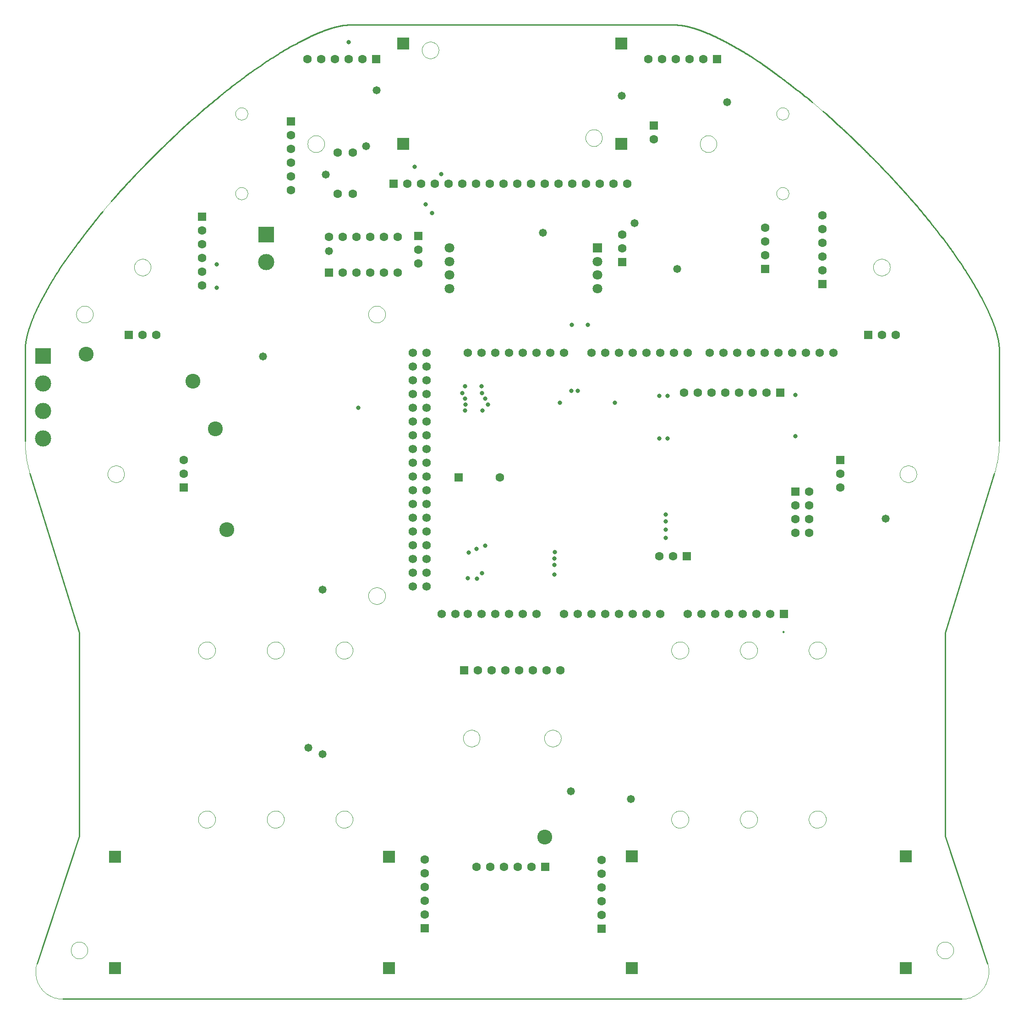
<source format=gts>
G04*
G04 #@! TF.GenerationSoftware,Altium Limited,Altium Designer,18.0.7 (293)*
G04*
G04 Layer_Color=8388736*
%FSLAX25Y25*%
%MOIN*%
G70*
G01*
G75*
%ADD10C,0.00945*%
%ADD11C,0.01000*%
%ADD13C,0.00050*%
%ADD14R,0.11800X0.11800*%
%ADD15C,0.11800*%
%ADD16R,0.11800X0.11800*%
%ADD17R,0.07099X0.07099*%
%ADD18C,0.07099*%
%ADD19C,0.06147*%
%ADD20R,0.06147X0.06147*%
%ADD21R,0.06312X0.06312*%
%ADD22C,0.06312*%
%ADD23R,0.06312X0.06312*%
%ADD24R,0.08674X0.08674*%
%ADD25C,0.03300*%
%ADD26C,0.05800*%
%ADD27C,0.10800*%
D10*
X552276Y396126D02*
X551567Y396535D01*
Y395717D01*
X552276Y396126D01*
X551567Y396535D01*
Y395717D01*
X552276Y396126D01*
D11*
X25Y534615D02*
Y601441D01*
X3550Y511320D02*
X39395Y395580D01*
Y247548D02*
Y395580D01*
X8623Y154889D02*
X39395Y247548D01*
X27305Y129000D02*
X681407D01*
X669316Y247548D02*
X700089Y154889D01*
X669316Y247548D02*
Y395580D01*
X705162Y511320D01*
X708686Y534615D02*
Y601441D01*
X708682Y601920D02*
X708686Y601441D01*
X708677Y602161D02*
X708682Y601920D01*
X708670Y602404D02*
X708677Y602161D01*
X708661Y602649D02*
X708670Y602404D01*
X708649Y602895D02*
X708661Y602649D01*
X708636Y603142D02*
X708649Y602895D01*
X708621Y603391D02*
X708636Y603142D01*
X708603Y603641D02*
X708621Y603391D01*
X708584Y603892D02*
X708603Y603641D01*
X708563Y604145D02*
X708584Y603892D01*
X708539Y604399D02*
X708563Y604145D01*
X708514Y604654D02*
X708539Y604399D01*
X708487Y604911D02*
X708514Y604654D01*
X708458Y605169D02*
X708487Y604911D01*
X708427Y605429D02*
X708458Y605169D01*
X708394Y605689D02*
X708427Y605429D01*
X708359Y605951D02*
X708394Y605689D01*
X708322Y606214D02*
X708359Y605951D01*
X708283Y606479D02*
X708322Y606214D01*
X708243Y606745D02*
X708283Y606479D01*
X708200Y607012D02*
X708243Y606745D01*
X708156Y607280D02*
X708200Y607012D01*
X708110Y607549D02*
X708156Y607280D01*
X708062Y607820D02*
X708110Y607549D01*
X708012Y608092D02*
X708062Y607820D01*
X707961Y608364D02*
X708012Y608092D01*
X707907Y608639D02*
X707961Y608364D01*
X707852Y608914D02*
X707907Y608639D01*
X707795Y609190D02*
X707852Y608914D01*
X707736Y609468D02*
X707795Y609190D01*
X707676Y609747D02*
X707736Y609468D01*
X707614Y610026D02*
X707676Y609747D01*
X707550Y610307D02*
X707614Y610026D01*
X707484Y610589D02*
X707550Y610307D01*
X707417Y610872D02*
X707484Y610589D01*
X707347Y611157D02*
X707417Y610872D01*
X707277Y611442D02*
X707347Y611157D01*
X707204Y611728D02*
X707277Y611442D01*
X707130Y612015D02*
X707204Y611728D01*
X707054Y612304D02*
X707130Y612015D01*
X706977Y612593D02*
X707054Y612304D01*
X706897Y612883D02*
X706977Y612593D01*
X706817Y613175D02*
X706897Y612883D01*
X706734Y613467D02*
X706817Y613175D01*
X706650Y613760D02*
X706734Y613467D01*
X706565Y614055D02*
X706650Y613760D01*
X706477Y614350D02*
X706565Y614055D01*
X706389Y614646D02*
X706477Y614350D01*
X706298Y614943D02*
X706389Y614646D01*
X706206Y615241D02*
X706298Y614943D01*
X706113Y615540D02*
X706206Y615241D01*
X706018Y615840D02*
X706113Y615540D01*
X705921Y616140D02*
X706018Y615840D01*
X705823Y616442D02*
X705921Y616140D01*
X705724Y616744D02*
X705823Y616442D01*
X705623Y617047D02*
X705724Y616744D01*
X705520Y617352D02*
X705623Y617047D01*
X705416Y617656D02*
X705520Y617352D01*
X705311Y617962D02*
X705416Y617656D01*
X705204Y618269D02*
X705311Y617962D01*
X705095Y618576D02*
X705204Y618269D01*
X704985Y618884D02*
X705095Y618576D01*
X704874Y619193D02*
X704985Y618884D01*
X704762Y619503D02*
X704874Y619193D01*
X704648Y619813D02*
X704762Y619503D01*
X704532Y620124D02*
X704648Y619813D01*
X704415Y620436D02*
X704532Y620124D01*
X704297Y620748D02*
X704415Y620436D01*
X704177Y621062D02*
X704297Y620748D01*
X704057Y621376D02*
X704177Y621062D01*
X703934Y621690D02*
X704057Y621376D01*
X703811Y622006D02*
X703934Y621690D01*
X703686Y622322D02*
X703811Y622006D01*
X703560Y622638D02*
X703686Y622322D01*
X703432Y622956D02*
X703560Y622638D01*
X703303Y623273D02*
X703432Y622956D01*
X703173Y623592D02*
X703303Y623273D01*
X703042Y623911D02*
X703173Y623592D01*
X702909Y624231D02*
X703042Y623911D01*
X702776Y624551D02*
X702909Y624231D01*
X702641Y624872D02*
X702776Y624551D01*
X702504Y625193D02*
X702641Y624872D01*
X702367Y625515D02*
X702504Y625193D01*
X702228Y625838D02*
X702367Y625515D01*
X702088Y626161D02*
X702228Y625838D01*
X701947Y626485D02*
X702088Y626161D01*
X701805Y626809D02*
X701947Y626485D01*
X701662Y627133D02*
X701805Y626809D01*
X701517Y627458D02*
X701662Y627133D01*
X701371Y627784D02*
X701517Y627458D01*
X701225Y628110D02*
X701371Y627784D01*
X701077Y628436D02*
X701225Y628110D01*
X700928Y628763D02*
X701077Y628436D01*
X700778Y629091D02*
X700928Y628763D01*
X700626Y629418D02*
X700778Y629091D01*
X700474Y629746D02*
X700626Y629418D01*
X700321Y630075D02*
X700474Y629746D01*
X700166Y630404D02*
X700321Y630075D01*
X700011Y630733D02*
X700166Y630404D01*
X699854Y631063D02*
X700011Y630733D01*
X699697Y631393D02*
X699854Y631063D01*
X699538Y631723D02*
X699697Y631393D01*
X699379Y632054D02*
X699538Y631723D01*
X699218Y632385D02*
X699379Y632054D01*
X699057Y632716D02*
X699218Y632385D01*
X698894Y633048D02*
X699057Y632716D01*
X698731Y633380D02*
X698894Y633048D01*
X698567Y633712D02*
X698731Y633380D01*
X698401Y634044D02*
X698567Y633712D01*
X698235Y634377D02*
X698401Y634044D01*
X698068Y634710D02*
X698235Y634377D01*
X697900Y635043D02*
X698068Y634710D01*
X697731Y635377D02*
X697900Y635043D01*
X697561Y635710D02*
X697731Y635377D01*
X697390Y636044D02*
X697561Y635710D01*
X697219Y636378D02*
X697390Y636044D01*
X697046Y636712D02*
X697219Y636378D01*
X696873Y637047D02*
X697046Y636712D01*
X696699Y637381D02*
X696873Y637047D01*
X696524Y637716D02*
X696699Y637381D01*
X696348Y638050D02*
X696524Y637716D01*
X696172Y638385D02*
X696348Y638050D01*
X695994Y638720D02*
X696172Y638385D01*
X695637Y639391D02*
X695994Y638720D01*
X695277Y640061D02*
X695637Y639391D01*
X694914Y640732D02*
X695277Y640061D01*
X694548Y641403D02*
X694914Y640732D01*
X694180Y642074D02*
X694548Y641403D01*
X693808Y642745D02*
X694180Y642074D01*
X693434Y643415D02*
X693808Y642745D01*
X693058Y644086D02*
X693434Y643415D01*
X692679Y644756D02*
X693058Y644086D01*
X692298Y645426D02*
X692679Y644756D01*
X691914Y646095D02*
X692298Y645426D01*
X691528Y646764D02*
X691914Y646095D01*
X691140Y647432D02*
X691528Y646764D01*
X690750Y648100D02*
X691140Y647432D01*
X690358Y648766D02*
X690750Y648100D01*
X689965Y649432D02*
X690358Y648766D01*
X689569Y650096D02*
X689965Y649432D01*
X689172Y650760D02*
X689569Y650096D01*
X688773Y651422D02*
X689172Y650760D01*
X688373Y652083D02*
X688773Y651422D01*
X687971Y652743D02*
X688373Y652083D01*
X687568Y653401D02*
X687971Y652743D01*
X687163Y654058D02*
X687568Y653401D01*
X686758Y654713D02*
X687163Y654058D01*
X686147Y655692D02*
X686758Y654713D01*
X685535Y656667D02*
X686147Y655692D01*
X684920Y657637D02*
X685535Y656667D01*
X684304Y658603D02*
X684920Y657637D01*
X683687Y659564D02*
X684304Y658603D01*
X682862Y660836D02*
X683687Y659564D01*
X682035Y662099D02*
X682862Y660836D01*
X681002Y663661D02*
X682035Y662099D01*
X678938Y666729D02*
X681002Y663661D01*
X676072Y670879D02*
X678938Y666729D01*
X675060Y672315D02*
X676072Y670879D01*
X674256Y673444D02*
X675060Y672315D01*
X673657Y674280D02*
X674256Y673444D01*
X673061Y675106D02*
X673657Y674280D01*
X672469Y675920D02*
X673061Y675106D01*
X672077Y676458D02*
X672469Y675920D01*
X671687Y676990D02*
X672077Y676458D01*
X671299Y677518D02*
X671687Y676990D01*
X670912Y678040D02*
X671299Y677518D01*
X670720Y678300D02*
X670912Y678040D01*
X669363Y680119D02*
X670720Y678300D01*
X667993Y681939D02*
X669363Y680119D01*
X666610Y683759D02*
X667993Y681939D01*
X665213Y685579D02*
X666610Y683759D01*
X663803Y687400D02*
X665213Y685579D01*
X662379Y689221D02*
X663803Y687400D01*
X660941Y691042D02*
X662379Y689221D01*
X659490Y692863D02*
X660941Y691042D01*
X658026Y694685D02*
X659490Y692863D01*
X656548Y696507D02*
X658026Y694685D01*
X655057Y698329D02*
X656548Y696507D01*
X653552Y700152D02*
X655057Y698329D01*
X652034Y701975D02*
X653552Y700152D01*
X650502Y703798D02*
X652034Y701975D01*
X648957Y705621D02*
X650502Y703798D01*
X647399Y707444D02*
X648957Y705621D01*
X645827Y709268D02*
X647399Y707444D01*
X644241Y711092D02*
X645827Y709268D01*
X642642Y712916D02*
X644241Y711092D01*
X641030Y714741D02*
X642642Y712916D01*
X639404Y716565D02*
X641030Y714741D01*
X637765Y718390D02*
X639404Y716565D01*
X636113Y720215D02*
X637765Y718390D01*
X634447Y722040D02*
X636113Y720215D01*
X632768Y723866D02*
X634447Y722040D01*
X631075Y725692D02*
X632768Y723866D01*
X629369Y727517D02*
X631075Y725692D01*
X627650Y729343D02*
X629369Y727517D01*
X625917Y731170D02*
X627650Y729343D01*
X624171Y732996D02*
X625917Y731170D01*
X622411Y734822D02*
X624171Y732996D01*
X620638Y736649D02*
X622411Y734822D01*
X618852Y738476D02*
X620638Y736649D01*
X617052Y740303D02*
X618852Y738476D01*
X615239Y742130D02*
X617052Y740303D01*
X613936Y743435D02*
X615239Y742130D01*
X613676Y743695D02*
X613936Y743435D01*
X613416Y743955D02*
X613676Y743695D01*
X613156Y744214D02*
X613416Y743955D01*
X612897Y744472D02*
X613156Y744214D01*
X612638Y744730D02*
X612897Y744472D01*
X612380Y744988D02*
X612638Y744730D01*
X612122Y745245D02*
X612380Y744988D01*
X611864Y745501D02*
X612122Y745245D01*
X611606Y745757D02*
X611864Y745501D01*
X611349Y746012D02*
X611606Y745757D01*
X611093Y746267D02*
X611349Y746012D01*
X610836Y746521D02*
X611093Y746267D01*
X610580Y746774D02*
X610836Y746521D01*
X610325Y747028D02*
X610580Y746774D01*
X610069Y747280D02*
X610325Y747028D01*
X609814Y747532D02*
X610069Y747280D01*
X609560Y747784D02*
X609814Y747532D01*
X609305Y748035D02*
X609560Y747784D01*
X609051Y748286D02*
X609305Y748035D01*
X608797Y748536D02*
X609051Y748286D01*
X608544Y748785D02*
X608797Y748536D01*
X608291Y749034D02*
X608544Y748785D01*
X608038Y749283D02*
X608291Y749034D01*
X607786Y749531D02*
X608038Y749283D01*
X607533Y749779D02*
X607786Y749531D01*
X607281Y750026D02*
X607533Y749779D01*
X607030Y750273D02*
X607281Y750026D01*
X606778Y750519D02*
X607030Y750273D01*
X606276Y751010D02*
X606778Y750519D01*
X605775Y751499D02*
X606276Y751010D01*
X605275Y751986D02*
X605775Y751499D01*
X604776Y752472D02*
X605275Y751986D01*
X604278Y752956D02*
X604776Y752472D01*
X603780Y753438D02*
X604278Y752956D01*
X603284Y753918D02*
X603780Y753438D01*
X602788Y754397D02*
X603284Y753918D01*
X602293Y754874D02*
X602788Y754397D01*
X601799Y755350D02*
X602293Y754874D01*
X601306Y755823D02*
X601799Y755350D01*
X600813Y756296D02*
X601306Y755823D01*
X600320Y756767D02*
X600813Y756296D01*
X599829Y757236D02*
X600320Y756767D01*
X599338Y757704D02*
X599829Y757236D01*
X598847Y758170D02*
X599338Y757704D01*
X598357Y758635D02*
X598847Y758170D01*
X597867Y759099D02*
X598357Y758635D01*
X597377Y759561D02*
X597867Y759099D01*
X596888Y760022D02*
X597377Y759561D01*
X596399Y760481D02*
X596888Y760022D01*
X595911Y760940D02*
X596399Y760481D01*
X595422Y761397D02*
X595911Y760940D01*
X594934Y761853D02*
X595422Y761397D01*
X594446Y762307D02*
X594934Y761853D01*
X593958Y762761D02*
X594446Y762307D01*
X593470Y763213D02*
X593958Y762761D01*
X592738Y763890D02*
X593470Y763213D01*
X592006Y764564D02*
X592738Y763890D01*
X591274Y765236D02*
X592006Y764564D01*
X590542Y765905D02*
X591274Y765236D01*
X589809Y766573D02*
X590542Y765905D01*
X589076Y767239D02*
X589809Y766573D01*
X588341Y767902D02*
X589076Y767239D01*
X587361Y768785D02*
X588341Y767902D01*
X586379Y769664D02*
X587361Y768785D01*
X585395Y770540D02*
X586379Y769664D01*
X584161Y771632D02*
X585395Y770540D01*
X582674Y772938D02*
X584161Y771632D01*
X580431Y774889D02*
X582674Y772938D01*
X570956Y782866D02*
X572786Y781357D01*
X569636Y783944D02*
X570956Y782866D01*
X568304Y785025D02*
X569636Y783944D01*
X567231Y785890D02*
X568304Y785025D01*
X566150Y786758D02*
X567231Y785890D01*
X565060Y787627D02*
X566150Y786758D01*
X564237Y788280D02*
X565060Y787627D01*
X563410Y788934D02*
X564237Y788280D01*
X562577Y789590D02*
X563410Y788934D01*
X561739Y790247D02*
X562577Y789590D01*
X560896Y790905D02*
X561739Y790247D01*
X560047Y791565D02*
X560896Y790905D01*
X559193Y792227D02*
X560047Y791565D01*
X558332Y792891D02*
X559193Y792227D01*
X557467Y793556D02*
X558332Y792891D01*
X556886Y794001D02*
X557467Y793556D01*
X556303Y794447D02*
X556886Y794001D01*
X555717Y794893D02*
X556303Y794447D01*
X555128Y795341D02*
X555717Y794893D01*
X554537Y795789D02*
X555128Y795341D01*
X553942Y796239D02*
X554537Y795789D01*
X553345Y796690D02*
X553942Y796239D01*
X552745Y797141D02*
X553345Y796690D01*
X552142Y797594D02*
X552745Y797141D01*
X551535Y798048D02*
X552142Y797594D01*
X550926Y798503D02*
X551535Y798048D01*
X550314Y798960D02*
X550926Y798503D01*
X549699Y799417D02*
X550314Y798960D01*
X549080Y799876D02*
X549699Y799417D01*
X548771Y800105D02*
X549080Y799876D01*
X548465Y800332D02*
X548771Y800105D01*
X548161Y800557D02*
X548465Y800332D01*
X547860Y800780D02*
X548161Y800557D01*
X547561Y801002D02*
X547860Y800780D01*
X547265Y801222D02*
X547561Y801002D01*
X546970Y801440D02*
X547265Y801222D01*
X546678Y801656D02*
X546970Y801440D01*
X546388Y801871D02*
X546678Y801656D01*
X546100Y802084D02*
X546388Y801871D01*
X545815Y802295D02*
X546100Y802084D01*
X545531Y802505D02*
X545815Y802295D01*
X545249Y802713D02*
X545531Y802505D01*
X544969Y802920D02*
X545249Y802713D01*
X544691Y803125D02*
X544969Y802920D01*
X544415Y803329D02*
X544691Y803125D01*
X544140Y803531D02*
X544415Y803329D01*
X543867Y803732D02*
X544140Y803531D01*
X543596Y803932D02*
X543867Y803732D01*
X543326Y804130D02*
X543596Y803932D01*
X543058Y804327D02*
X543326Y804130D01*
X542791Y804523D02*
X543058Y804327D01*
X542526Y804718D02*
X542791Y804523D01*
X542262Y804911D02*
X542526Y804718D01*
X541999Y805103D02*
X542262Y804911D01*
X541738Y805294D02*
X541999Y805103D01*
X541478Y805484D02*
X541738Y805294D01*
X541219Y805673D02*
X541478Y805484D01*
X540960Y805860D02*
X541219Y805673D01*
X540703Y806047D02*
X540960Y805860D01*
X540447Y806233D02*
X540703Y806047D01*
X540192Y806417D02*
X540447Y806233D01*
X539938Y806601D02*
X540192Y806417D01*
X539685Y806784D02*
X539938Y806601D01*
X539432Y806966D02*
X539685Y806784D01*
X539180Y807147D02*
X539432Y806966D01*
X538928Y807327D02*
X539180Y807147D01*
X538678Y807507D02*
X538928Y807327D01*
X538427Y807686D02*
X538678Y807507D01*
X538178Y807864D02*
X538427Y807686D01*
X537928Y808041D02*
X538178Y807864D01*
X537679Y808217D02*
X537928Y808041D01*
X537431Y808393D02*
X537679Y808217D01*
X537182Y808569D02*
X537431Y808393D01*
X536934Y808744D02*
X537182Y808569D01*
X536686Y808918D02*
X536934Y808744D01*
X536438Y809091D02*
X536686Y808918D01*
X536190Y809265D02*
X536438Y809091D01*
X535942Y809437D02*
X536190Y809265D01*
X535695Y809610D02*
X535942Y809437D01*
X535446Y809782D02*
X535695Y809610D01*
X535198Y809953D02*
X535446Y809782D01*
X534950Y810124D02*
X535198Y809953D01*
X534701Y810295D02*
X534950Y810124D01*
X534452Y810466D02*
X534701Y810295D01*
X534203Y810636D02*
X534452Y810466D01*
X533953Y810806D02*
X534203Y810636D01*
X533451Y811146D02*
X533953Y810806D01*
X532947Y811485D02*
X533451Y811146D01*
X532441Y811824D02*
X532947Y811485D01*
X531417Y812502D02*
X532441Y811824D01*
X529584Y813694D02*
X531417Y812502D01*
X529048Y814037D02*
X529584Y813694D01*
X528506Y814382D02*
X529048Y814037D01*
X527958Y814728D02*
X528506Y814382D01*
X527402Y815076D02*
X527958Y814728D01*
X527122Y815251D02*
X527402Y815076D01*
X526839Y815427D02*
X527122Y815251D01*
X526555Y815603D02*
X526839Y815427D01*
X526269Y815780D02*
X526555Y815603D01*
X525980Y815957D02*
X526269Y815780D01*
X525690Y816135D02*
X525980Y815957D01*
X525397Y816314D02*
X525690Y816135D01*
X525102Y816494D02*
X525397Y816314D01*
X524805Y816674D02*
X525102Y816494D01*
X524505Y816856D02*
X524805Y816674D01*
X524203Y817038D02*
X524505Y816856D01*
X523898Y817221D02*
X524203Y817038D01*
X523591Y817405D02*
X523898Y817221D01*
X523282Y817590D02*
X523591Y817405D01*
X522970Y817776D02*
X523282Y817590D01*
X522655Y817963D02*
X522970Y817776D01*
X522337Y818151D02*
X522655Y817963D01*
X522017Y818340D02*
X522337Y818151D01*
X521694Y818530D02*
X522017Y818340D01*
X521368Y818721D02*
X521694Y818530D01*
X521039Y818914D02*
X521368Y818721D01*
X520707Y819108D02*
X521039Y818914D01*
X520372Y819302D02*
X520707Y819108D01*
X520034Y819499D02*
X520372Y819302D01*
X519692Y819696D02*
X520034Y819499D01*
X519348Y819895D02*
X519692Y819696D01*
X519000Y820095D02*
X519348Y819895D01*
X518649Y820296D02*
X519000Y820095D01*
X518294Y820499D02*
X518649Y820296D01*
X517937Y820703D02*
X518294Y820499D01*
X517575Y820909D02*
X517937Y820703D01*
X517210Y821116D02*
X517575Y820909D01*
X516842Y821325D02*
X517210Y821116D01*
X516469Y821535D02*
X516842Y821325D01*
X516094Y821747D02*
X516469Y821535D01*
X515714Y821961D02*
X516094Y821747D01*
X515330Y822176D02*
X515714Y821961D01*
X514943Y822393D02*
X515330Y822176D01*
X514552Y822611D02*
X514943Y822393D01*
X514157Y822831D02*
X514552Y822611D01*
X513757Y823053D02*
X514157Y822831D01*
X513354Y823277D02*
X513757Y823053D01*
X512947Y823503D02*
X513354Y823277D01*
X512538Y823728D02*
X512947Y823503D01*
X512130Y823952D02*
X512538Y823728D01*
X511724Y824174D02*
X512130Y823952D01*
X511319Y824394D02*
X511724Y824174D01*
X510916Y824613D02*
X511319Y824394D01*
X510514Y824829D02*
X510916Y824613D01*
X510113Y825044D02*
X510514Y824829D01*
X509714Y825257D02*
X510113Y825044D01*
X509316Y825468D02*
X509714Y825257D01*
X508920Y825678D02*
X509316Y825468D01*
X508525Y825885D02*
X508920Y825678D01*
X508131Y826091D02*
X508525Y825885D01*
X507738Y826295D02*
X508131Y826091D01*
X507347Y826497D02*
X507738Y826295D01*
X506958Y826697D02*
X507347Y826497D01*
X506569Y826895D02*
X506958Y826697D01*
X506182Y827092D02*
X506569Y826895D01*
X505797Y827287D02*
X506182Y827092D01*
X505413Y827480D02*
X505797Y827287D01*
X505030Y827671D02*
X505413Y827480D01*
X504648Y827860D02*
X505030Y827671D01*
X504268Y828048D02*
X504648Y827860D01*
X503890Y828234D02*
X504268Y828048D01*
X503512Y828418D02*
X503890Y828234D01*
X503136Y828600D02*
X503512Y828418D01*
X502762Y828780D02*
X503136Y828600D01*
X502389Y828959D02*
X502762Y828780D01*
X502017Y829135D02*
X502389Y828959D01*
X501646Y829310D02*
X502017Y829135D01*
X501277Y829483D02*
X501646Y829310D01*
X500909Y829655D02*
X501277Y829483D01*
X500543Y829824D02*
X500909Y829655D01*
X500178Y829992D02*
X500543Y829824D01*
X499815Y830158D02*
X500178Y829992D01*
X499452Y830322D02*
X499815Y830158D01*
X499091Y830484D02*
X499452Y830322D01*
X498732Y830644D02*
X499091Y830484D01*
X498374Y830803D02*
X498732Y830644D01*
X498017Y830960D02*
X498374Y830803D01*
X497662Y831114D02*
X498017Y830960D01*
X497308Y831268D02*
X497662Y831114D01*
X496955Y831419D02*
X497308Y831268D01*
X496604Y831568D02*
X496955Y831419D01*
X496254Y831716D02*
X496604Y831568D01*
X495905Y831862D02*
X496254Y831716D01*
X495558Y832006D02*
X495905Y831862D01*
X495212Y832148D02*
X495558Y832006D01*
X494868Y832289D02*
X495212Y832148D01*
X494525Y832427D02*
X494868Y832289D01*
X494183Y832564D02*
X494525Y832427D01*
X493843Y832699D02*
X494183Y832564D01*
X493504Y832833D02*
X493843Y832699D01*
X493166Y832964D02*
X493504Y832833D01*
X492830Y833094D02*
X493166Y832964D01*
X492495Y833221D02*
X492830Y833094D01*
X492162Y833347D02*
X492495Y833221D01*
X491830Y833471D02*
X492162Y833347D01*
X491499Y833594D02*
X491830Y833471D01*
X491170Y833714D02*
X491499Y833594D01*
X490842Y833833D02*
X491170Y833714D01*
X490515Y833950D02*
X490842Y833833D01*
X490190Y834065D02*
X490515Y833950D01*
X489866Y834178D02*
X490190Y834065D01*
X489544Y834290D02*
X489866Y834178D01*
X489223Y834399D02*
X489544Y834290D01*
X488903Y834507D02*
X489223Y834399D01*
X488585Y834613D02*
X488903Y834507D01*
X488268Y834717D02*
X488585Y834613D01*
X487952Y834820D02*
X488268Y834717D01*
X487638Y834920D02*
X487952Y834820D01*
X487325Y835019D02*
X487638Y834920D01*
X487013Y835116D02*
X487325Y835019D01*
X486703Y835211D02*
X487013Y835116D01*
X486394Y835305D02*
X486703Y835211D01*
X486087Y835396D02*
X486394Y835305D01*
X485781Y835486D02*
X486087Y835396D01*
X485476Y835574D02*
X485781Y835486D01*
X485173Y835660D02*
X485476Y835574D01*
X484871Y835744D02*
X485173Y835660D01*
X484571Y835826D02*
X484871Y835744D01*
X484272Y835907D02*
X484571Y835826D01*
X483974Y835986D02*
X484272Y835907D01*
X483677Y836063D02*
X483974Y835986D01*
X483382Y836138D02*
X483677Y836063D01*
X483089Y836212D02*
X483382Y836138D01*
X482796Y836283D02*
X483089Y836212D01*
X482505Y836353D02*
X482796Y836283D01*
X482216Y836421D02*
X482505Y836353D01*
X481928Y836487D02*
X482216Y836421D01*
X481641Y836551D02*
X481928Y836487D01*
X481355Y836614D02*
X481641Y836551D01*
X481071Y836675D02*
X481355Y836614D01*
X480789Y836734D02*
X481071Y836675D01*
X480507Y836791D02*
X480789Y836734D01*
X480227Y836846D02*
X480507Y836791D01*
X479949Y836899D02*
X480227Y836846D01*
X479671Y836951D02*
X479949Y836899D01*
X479396Y837001D02*
X479671Y836951D01*
X479121Y837049D02*
X479396Y837001D01*
X478848Y837095D02*
X479121Y837049D01*
X478576Y837139D02*
X478848Y837095D01*
X478306Y837182D02*
X478576Y837139D01*
X478037Y837223D02*
X478306Y837182D01*
X477769Y837262D02*
X478037Y837223D01*
X477503Y837299D02*
X477769Y837262D01*
X477238Y837334D02*
X477503Y837299D01*
X476975Y837368D02*
X477238Y837334D01*
X476712Y837400D02*
X476975Y837368D01*
X476452Y837429D02*
X476712Y837400D01*
X476192Y837458D02*
X476452Y837429D01*
X475934Y837484D02*
X476192Y837458D01*
X475678Y837508D02*
X475934Y837484D01*
X475422Y837531D02*
X475678Y837508D01*
X475168Y837552D02*
X475422Y837531D01*
X474916Y837571D02*
X475168Y837552D01*
X474665Y837588D02*
X474916Y837571D01*
X474415Y837603D02*
X474665Y837588D01*
X474167Y837617D02*
X474415Y837603D01*
X473919Y837629D02*
X474167Y837617D01*
X473674Y837639D02*
X473919Y837629D01*
X473429Y837647D02*
X473674Y837639D01*
X473187Y837653D02*
X473429Y837647D01*
X472945Y837658D02*
X473187Y837653D01*
X472705Y837661D02*
X472945Y837658D01*
X472466Y837661D02*
X472705Y837661D01*
X236245Y837661D02*
X472466D01*
X235767Y837657D02*
X236245Y837661D01*
X235525Y837652D02*
X235767Y837657D01*
X235282Y837645D02*
X235525Y837652D01*
X235038Y837636D02*
X235282Y837645D01*
X234792Y837624D02*
X235038Y837636D01*
X234544Y837611D02*
X234792Y837624D01*
X234296Y837596D02*
X234544Y837611D01*
X234046Y837578D02*
X234296Y837596D01*
X233794Y837559D02*
X234046Y837578D01*
X233542Y837538D02*
X233794Y837559D01*
X233287Y837514D02*
X233542Y837538D01*
X233032Y837489D02*
X233287Y837514D01*
X232775Y837462D02*
X233032Y837489D01*
X232517Y837433D02*
X232775Y837462D01*
X232258Y837402D02*
X232517Y837433D01*
X231997Y837369D02*
X232258Y837402D01*
X231735Y837334D02*
X231997Y837369D01*
X231472Y837297D02*
X231735Y837334D01*
X231208Y837258D02*
X231472Y837297D01*
X230942Y837218D02*
X231208Y837258D01*
X230675Y837175D02*
X230942Y837218D01*
X230407Y837131D02*
X230675Y837175D01*
X230137Y837085D02*
X230407Y837131D01*
X229867Y837037D02*
X230137Y837085D01*
X229595Y836987D02*
X229867Y837037D01*
X229322Y836936D02*
X229595Y836987D01*
X229048Y836882D02*
X229322Y836936D01*
X228773Y836827D02*
X229048Y836882D01*
X228496Y836770D02*
X228773Y836827D01*
X228219Y836711D02*
X228496Y836770D01*
X227940Y836651D02*
X228219Y836711D01*
X227660Y836589D02*
X227940Y836651D01*
X227379Y836525D02*
X227660Y836589D01*
X227097Y836459D02*
X227379Y836525D01*
X226814Y836392D02*
X227097Y836459D01*
X226530Y836322D02*
X226814Y836392D01*
X226245Y836252D02*
X226530Y836322D01*
X225958Y836179D02*
X226245Y836252D01*
X225671Y836105D02*
X225958Y836179D01*
X225383Y836029D02*
X225671Y836105D01*
X225093Y835952D02*
X225383Y836029D01*
X224803Y835872D02*
X225093Y835952D01*
X224512Y835792D02*
X224803Y835872D01*
X224219Y835709D02*
X224512Y835792D01*
X223926Y835625D02*
X224219Y835709D01*
X223632Y835540D02*
X223926Y835625D01*
X223337Y835452D02*
X223632Y835540D01*
X223040Y835364D02*
X223337Y835452D01*
X222743Y835273D02*
X223040Y835364D01*
X222445Y835181D02*
X222743Y835273D01*
X222147Y835088D02*
X222445Y835181D01*
X221847Y834993D02*
X222147Y835088D01*
X221546Y834896D02*
X221847Y834993D01*
X221245Y834798D02*
X221546Y834896D01*
X220942Y834699D02*
X221245Y834798D01*
X220639Y834598D02*
X220942Y834699D01*
X220335Y834495D02*
X220639Y834598D01*
X220030Y834391D02*
X220335Y834495D01*
X219724Y834286D02*
X220030Y834391D01*
X219418Y834179D02*
X219724Y834286D01*
X219110Y834070D02*
X219418Y834179D01*
X218802Y833960D02*
X219110Y834070D01*
X218493Y833849D02*
X218802Y833960D01*
X218184Y833737D02*
X218493Y833849D01*
X217873Y833623D02*
X218184Y833737D01*
X217562Y833507D02*
X217873Y833623D01*
X217251Y833390D02*
X217562Y833507D01*
X216938Y833272D02*
X217251Y833390D01*
X216625Y833152D02*
X216938Y833272D01*
X216311Y833032D02*
X216625Y833152D01*
X215996Y832909D02*
X216311Y833032D01*
X215681Y832786D02*
X215996Y832909D01*
X215365Y832661D02*
X215681Y832786D01*
X215048Y832535D02*
X215365Y832661D01*
X214731Y832407D02*
X215048Y832535D01*
X214413Y832278D02*
X214731Y832407D01*
X214094Y832148D02*
X214413Y832278D01*
X213775Y832017D02*
X214094Y832148D01*
X213456Y831884D02*
X213775Y832017D01*
X213135Y831751D02*
X213456Y831884D01*
X212814Y831616D02*
X213135Y831751D01*
X212493Y831479D02*
X212814Y831616D01*
X212171Y831342D02*
X212493Y831479D01*
X211848Y831203D02*
X212171Y831342D01*
X211525Y831063D02*
X211848Y831203D01*
X211202Y830922D02*
X211525Y831063D01*
X210878Y830780D02*
X211202Y830922D01*
X210553Y830637D02*
X210878Y830780D01*
X210228Y830492D02*
X210553Y830637D01*
X209903Y830346D02*
X210228Y830492D01*
X209577Y830200D02*
X209903Y830346D01*
X209250Y830052D02*
X209577Y830200D01*
X208923Y829903D02*
X209250Y830052D01*
X208596Y829753D02*
X208923Y829903D01*
X208268Y829601D02*
X208596Y829753D01*
X207940Y829449D02*
X208268Y829601D01*
X207611Y829296D02*
X207940Y829449D01*
X207283Y829141D02*
X207611Y829296D01*
X206953Y828986D02*
X207283Y829141D01*
X206624Y828829D02*
X206953Y828986D01*
X206294Y828672D02*
X206624Y828829D01*
X205963Y828513D02*
X206294Y828672D01*
X205632Y828354D02*
X205963Y828513D01*
X205301Y828193D02*
X205632Y828354D01*
X204970Y828032D02*
X205301Y828193D01*
X204638Y827869D02*
X204970Y828032D01*
X204307Y827706D02*
X204638Y827869D01*
X203974Y827542D02*
X204307Y827706D01*
X203642Y827376D02*
X203974Y827542D01*
X203309Y827210D02*
X203642Y827376D01*
X202976Y827043D02*
X203309Y827210D01*
X202643Y826875D02*
X202976Y827043D01*
X202310Y826706D02*
X202643Y826875D01*
X201976Y826536D02*
X202310Y826706D01*
X201642Y826365D02*
X201976Y826536D01*
X201308Y826194D02*
X201642Y826365D01*
X200974Y826021D02*
X201308Y826194D01*
X200640Y825848D02*
X200974Y826021D01*
X200305Y825674D02*
X200640Y825848D01*
X199971Y825499D02*
X200305Y825674D01*
X199636Y825323D02*
X199971Y825499D01*
X199301Y825147D02*
X199636Y825323D01*
X198966Y824969D02*
X199301Y825147D01*
X198296Y824612D02*
X198966Y824969D01*
X197625Y824252D02*
X198296Y824612D01*
X196955Y823889D02*
X197625Y824252D01*
X196284Y823523D02*
X196955Y823889D01*
X195613Y823155D02*
X196284Y823523D01*
X194942Y822783D02*
X195613Y823155D01*
X194271Y822409D02*
X194942Y822783D01*
X193600Y822033D02*
X194271Y822409D01*
X192930Y821654D02*
X193600Y822033D01*
X192260Y821273D02*
X192930Y821654D01*
X191591Y820889D02*
X192260Y821273D01*
X190922Y820503D02*
X191591Y820889D01*
X190254Y820115D02*
X190922Y820503D01*
X189587Y819725D02*
X190254Y820115D01*
X188920Y819333D02*
X189587Y819725D01*
X188255Y818940D02*
X188920Y819333D01*
X187590Y818544D02*
X188255Y818940D01*
X186927Y818147D02*
X187590Y818544D01*
X186264Y817748D02*
X186927Y818147D01*
X185603Y817348D02*
X186264Y817748D01*
X184944Y816946D02*
X185603Y817348D01*
X184286Y816543D02*
X184944Y816946D01*
X183629Y816138D02*
X184286Y816543D01*
X182974Y815733D02*
X183629Y816138D01*
X181995Y815122D02*
X182974Y815733D01*
X181020Y814510D02*
X181995Y815122D01*
X180049Y813895D02*
X181020Y814510D01*
X179083Y813279D02*
X180049Y813895D01*
X178123Y812662D02*
X179083Y813279D01*
X176850Y811837D02*
X178123Y812662D01*
X175588Y811010D02*
X176850Y811837D01*
X174025Y809977D02*
X175588Y811010D01*
X170957Y807913D02*
X174025Y809977D01*
X166808Y805047D02*
X170957Y807913D01*
X165372Y804035D02*
X166808Y805047D01*
X164242Y803231D02*
X165372Y804035D01*
X163406Y802632D02*
X164242Y803231D01*
X162581Y802036D02*
X163406Y802632D01*
X161766Y801444D02*
X162581Y802036D01*
X161229Y801052D02*
X161766Y801444D01*
X160696Y800662D02*
X161229Y801052D01*
X160169Y800274D02*
X160696Y800662D01*
X159646Y799887D02*
X160169Y800274D01*
X157827Y798533D02*
X159646Y799887D01*
X156007Y797165D02*
X157827Y798533D01*
X154187Y795783D02*
X156007Y797165D01*
X152367Y794388D02*
X154187Y795783D01*
X150547Y792980D02*
X152367Y794388D01*
X148726Y791558D02*
X150547Y792980D01*
X146905Y790122D02*
X148726Y791558D01*
X145083Y788673D02*
X146905Y790122D01*
X143262Y787211D02*
X145083Y788673D01*
X141440Y785735D02*
X143262Y787211D01*
X139617Y784246D02*
X141440Y785735D01*
X137795Y782743D02*
X139617Y784246D01*
X135972Y781227D02*
X137795Y782743D01*
X134149Y779697D02*
X135972Y781227D01*
X132326Y778154D02*
X134149Y779697D01*
X130503Y776597D02*
X132326Y778154D01*
X128679Y775027D02*
X130503Y776597D01*
X126855Y773444D02*
X128679Y775027D01*
X125031Y771847D02*
X126855Y773444D01*
X123206Y770236D02*
X125031Y771847D01*
X121382Y768613D02*
X123206Y770236D01*
X119557Y766975D02*
X121382Y768613D01*
X117732Y765325D02*
X119557Y766975D01*
X115907Y763661D02*
X117732Y765325D01*
X114081Y761983D02*
X115907Y763661D01*
X112256Y760293D02*
X114081Y761983D01*
X110430Y758589D02*
X112256Y760293D01*
X108604Y756871D02*
X110430Y758589D01*
X106778Y755140D02*
X108604Y756871D01*
X104951Y753396D02*
X106778Y755140D01*
X103125Y751638D02*
X104951Y753396D01*
X101298Y749867D02*
X103125Y751638D01*
X99472Y748083D02*
X101298Y749867D01*
X97645Y746285D02*
X99472Y748083D01*
X95817Y744474D02*
X97645Y746285D01*
X94512Y743172D02*
X95817Y744474D01*
X94251Y742911D02*
X94512Y743172D01*
X93991Y742651D02*
X94251Y742911D01*
X93732Y742391D02*
X93991Y742651D01*
X93473Y742131D02*
X93732Y742391D01*
X93214Y741872D02*
X93473Y742131D01*
X92956Y741613D02*
X93214Y741872D01*
X92699Y741355D02*
X92956Y741613D01*
X92442Y741097D02*
X92699Y741355D01*
X92186Y740839D02*
X92442Y741097D01*
X91930Y740581D02*
X92186Y740839D01*
X91675Y740324D02*
X91930Y740581D01*
X91420Y740068D02*
X91675Y740324D01*
X91166Y739811D02*
X91420Y740068D01*
X90912Y739555D02*
X91166Y739811D01*
X90659Y739300D02*
X90912Y739555D01*
X90406Y739044D02*
X90659Y739300D01*
X90154Y738789D02*
X90406Y739044D01*
X89903Y738535D02*
X90154Y738789D01*
X89651Y738280D02*
X89903Y738535D01*
X89401Y738026D02*
X89651Y738280D01*
X89151Y737772D02*
X89401Y738026D01*
X88901Y737519D02*
X89151Y737772D01*
X88652Y737266D02*
X88901Y737519D01*
X88403Y737013D02*
X88652Y737266D01*
X88155Y736761D02*
X88403Y737013D01*
X87908Y736508D02*
X88155Y736761D01*
X87661Y736256D02*
X87908Y736508D01*
X87414Y736005D02*
X87661Y736256D01*
X87168Y735753D02*
X87414Y736005D01*
X86677Y735251D02*
X87168Y735753D01*
X86187Y734750D02*
X86677Y735251D01*
X85700Y734250D02*
X86187Y734750D01*
X85215Y733751D02*
X85700Y734250D01*
X84731Y733253D02*
X85215Y733751D01*
X84249Y732755D02*
X84731Y733253D01*
X83768Y732259D02*
X84249Y732755D01*
X83289Y731763D02*
X83768Y732259D01*
X82812Y731268D02*
X83289Y731763D01*
X82337Y730774D02*
X82812Y731268D01*
X81863Y730281D02*
X82337Y730774D01*
X81391Y729788D02*
X81863Y730281D01*
X80920Y729295D02*
X81391Y729788D01*
X80451Y728804D02*
X80920Y729295D01*
X79983Y728313D02*
X80451Y728804D01*
X79516Y727822D02*
X79983Y728313D01*
X79051Y727332D02*
X79516Y727822D01*
X78588Y726842D02*
X79051Y727332D01*
X78126Y726352D02*
X78588Y726842D01*
X77665Y725863D02*
X78126Y726352D01*
X77205Y725374D02*
X77665Y725863D01*
X76747Y724886D02*
X77205Y725374D01*
X76290Y724397D02*
X76747Y724886D01*
X75834Y723909D02*
X76290Y724397D01*
X75379Y723421D02*
X75834Y723909D01*
X74926Y722933D02*
X75379Y723421D01*
X74473Y722445D02*
X74926Y722933D01*
X73797Y721713D02*
X74473Y722445D01*
X73123Y720981D02*
X73797Y721713D01*
X72451Y720249D02*
X73123Y720981D01*
X71781Y719517D02*
X72451Y720249D01*
X71113Y718784D02*
X71781Y719517D01*
X70448Y718051D02*
X71113Y718784D01*
X69784Y717316D02*
X70448Y718051D01*
X68902Y716336D02*
X69784Y717316D01*
X68023Y715354D02*
X68902Y716336D01*
X67146Y714370D02*
X68023Y715354D01*
X66054Y713136D02*
X67146Y714370D01*
X64748Y711649D02*
X66054Y713136D01*
X62797Y709406D02*
X64748Y711649D01*
X54821Y699931D02*
X56329Y701761D01*
X53742Y698611D02*
X54821Y699931D01*
X52662Y697279D02*
X53742Y698611D01*
X51796Y696206D02*
X52662Y697279D01*
X50929Y695125D02*
X51796Y696206D01*
X50060Y694035D02*
X50929Y695125D01*
X49407Y693212D02*
X50060Y694035D01*
X48752Y692385D02*
X49407Y693212D01*
X48097Y691552D02*
X48752Y692385D01*
X47440Y690714D02*
X48097Y691552D01*
X46781Y689871D02*
X47440Y690714D01*
X46121Y689022D02*
X46781Y689871D01*
X45459Y688168D02*
X46121Y689022D01*
X44796Y687307D02*
X45459Y688168D01*
X44130Y686442D02*
X44796Y687307D01*
X43686Y685861D02*
X44130Y686442D01*
X43240Y685278D02*
X43686Y685861D01*
X42793Y684692D02*
X43240Y685278D01*
X42346Y684103D02*
X42793Y684692D01*
X41897Y683512D02*
X42346Y684103D01*
X41447Y682917D02*
X41897Y683512D01*
X40997Y682320D02*
X41447Y682917D01*
X40545Y681720D02*
X40997Y682320D01*
X40092Y681117D02*
X40545Y681720D01*
X39638Y680510D02*
X40092Y681117D01*
X39183Y679901D02*
X39638Y680510D01*
X38727Y679289D02*
X39183Y679901D01*
X38269Y678674D02*
X38727Y679289D01*
X37810Y678055D02*
X38269Y678674D01*
X37581Y677746D02*
X37810Y678055D01*
X37354Y677440D02*
X37581Y677746D01*
X37129Y677136D02*
X37354Y677440D01*
X36906Y676835D02*
X37129Y677136D01*
X36685Y676536D02*
X36906Y676835D01*
X36465Y676240D02*
X36685Y676536D01*
X36247Y675945D02*
X36465Y676240D01*
X36031Y675653D02*
X36247Y675945D01*
X35816Y675363D02*
X36031Y675653D01*
X35603Y675075D02*
X35816Y675363D01*
X35391Y674790D02*
X35603Y675075D01*
X35182Y674506D02*
X35391Y674790D01*
X34973Y674224D02*
X35182Y674506D01*
X34767Y673944D02*
X34973Y674224D01*
X34561Y673666D02*
X34767Y673944D01*
X34357Y673390D02*
X34561Y673666D01*
X34155Y673115D02*
X34357Y673390D01*
X33954Y672842D02*
X34155Y673115D01*
X33754Y672571D02*
X33954Y672842D01*
X33556Y672301D02*
X33754Y672571D01*
X33359Y672033D02*
X33556Y672301D01*
X33163Y671766D02*
X33359Y672033D01*
X32969Y671501D02*
X33163Y671766D01*
X32775Y671237D02*
X32969Y671501D01*
X32583Y670974D02*
X32775Y671237D01*
X32392Y670713D02*
X32583Y670974D01*
X32202Y670453D02*
X32392Y670713D01*
X32014Y670194D02*
X32202Y670453D01*
X31826Y669935D02*
X32014Y670194D01*
X31639Y669678D02*
X31826Y669935D01*
X31454Y669422D02*
X31639Y669678D01*
X31269Y669167D02*
X31454Y669422D01*
X31085Y668913D02*
X31269Y669167D01*
X30902Y668660D02*
X31085Y668913D01*
X30720Y668407D02*
X30902Y668660D01*
X30539Y668155D02*
X30720Y668407D01*
X30359Y667903D02*
X30539Y668155D01*
X30180Y667653D02*
X30359Y667903D01*
X30001Y667402D02*
X30180Y667653D01*
X29823Y667153D02*
X30001Y667402D01*
X29646Y666903D02*
X29823Y667153D01*
X29469Y666654D02*
X29646Y666903D01*
X29293Y666406D02*
X29469Y666654D01*
X29118Y666157D02*
X29293Y666406D01*
X28943Y665909D02*
X29118Y666157D01*
X28769Y665661D02*
X28943Y665909D01*
X28595Y665413D02*
X28769Y665661D01*
X28422Y665165D02*
X28595Y665413D01*
X28249Y664917D02*
X28422Y665165D01*
X28077Y664670D02*
X28249Y664917D01*
X27905Y664421D02*
X28077Y664670D01*
X27733Y664173D02*
X27905Y664421D01*
X27562Y663925D02*
X27733Y664173D01*
X27391Y663676D02*
X27562Y663925D01*
X27220Y663427D02*
X27391Y663676D01*
X27050Y663178D02*
X27220Y663427D01*
X26880Y662928D02*
X27050Y663178D01*
X26540Y662426D02*
X26880Y662928D01*
X26201Y661922D02*
X26540Y662426D01*
X25862Y661416D02*
X26201Y661922D01*
X25184Y660392D02*
X25862Y661416D01*
X23992Y658559D02*
X25184Y660392D01*
X23649Y658023D02*
X23992Y658559D01*
X23305Y657481D02*
X23649Y658023D01*
X22959Y656933D02*
X23305Y657481D01*
X22610Y656377D02*
X22959Y656933D01*
X22435Y656097D02*
X22610Y656377D01*
X22260Y655814D02*
X22435Y656097D01*
X22084Y655530D02*
X22260Y655814D01*
X21907Y655244D02*
X22084Y655530D01*
X21729Y654955D02*
X21907Y655244D01*
X21551Y654665D02*
X21729Y654955D01*
X21372Y654372D02*
X21551Y654665D01*
X21193Y654077D02*
X21372Y654372D01*
X21012Y653780D02*
X21193Y654077D01*
X20831Y653480D02*
X21012Y653780D01*
X20648Y653178D02*
X20831Y653480D01*
X20465Y652873D02*
X20648Y653178D01*
X20281Y652566D02*
X20465Y652873D01*
X20096Y652257D02*
X20281Y652566D01*
X19910Y651945D02*
X20096Y652257D01*
X19723Y651630D02*
X19910Y651945D01*
X19535Y651312D02*
X19723Y651630D01*
X19346Y650992D02*
X19535Y651312D01*
X19156Y650669D02*
X19346Y650992D01*
X18965Y650343D02*
X19156Y650669D01*
X18772Y650014D02*
X18965Y650343D01*
X18579Y649682D02*
X18772Y650014D01*
X18384Y649347D02*
X18579Y649682D01*
X18188Y649009D02*
X18384Y649347D01*
X17990Y648667D02*
X18188Y649009D01*
X17792Y648323D02*
X17990Y648667D01*
X17592Y647975D02*
X17792Y648323D01*
X17390Y647624D02*
X17592Y647975D01*
X17187Y647269D02*
X17390Y647624D01*
X16983Y646911D02*
X17187Y647269D01*
X16777Y646550D02*
X16983Y646911D01*
X16570Y646185D02*
X16777Y646550D01*
X16361Y645817D02*
X16570Y646185D01*
X16151Y645444D02*
X16361Y645817D01*
X15939Y645069D02*
X16151Y645444D01*
X15726Y644689D02*
X15939Y645069D01*
X15511Y644305D02*
X15726Y644689D01*
X15294Y643918D02*
X15511Y644305D01*
X15075Y643527D02*
X15294Y643918D01*
X14855Y643132D02*
X15075Y643527D01*
X14633Y642732D02*
X14855Y643132D01*
X14409Y642329D02*
X14633Y642732D01*
X14184Y641922D02*
X14409Y642329D01*
X13958Y641513D02*
X14184Y641922D01*
X13734Y641105D02*
X13958Y641513D01*
X13512Y640699D02*
X13734Y641105D01*
X13292Y640294D02*
X13512Y640699D01*
X13074Y639891D02*
X13292Y640294D01*
X12857Y639489D02*
X13074Y639891D01*
X12642Y639088D02*
X12857Y639489D01*
X12429Y638689D02*
X12642Y639088D01*
X12218Y638291D02*
X12429Y638689D01*
X12009Y637895D02*
X12218Y638291D01*
X11801Y637500D02*
X12009Y637895D01*
X11596Y637106D02*
X11801Y637500D01*
X11392Y636713D02*
X11596Y637106D01*
X11190Y636322D02*
X11392Y636713D01*
X10989Y635933D02*
X11190Y636322D01*
X10791Y635544D02*
X10989Y635933D01*
X10594Y635157D02*
X10791Y635544D01*
X10400Y634772D02*
X10594Y635157D01*
X10207Y634388D02*
X10400Y634772D01*
X10015Y634005D02*
X10207Y634388D01*
X9826Y633623D02*
X10015Y634005D01*
X9638Y633243D02*
X9826Y633623D01*
X9453Y632865D02*
X9638Y633243D01*
X9269Y632487D02*
X9453Y632865D01*
X9087Y632111D02*
X9269Y632487D01*
X8906Y631737D02*
X9087Y632111D01*
X8728Y631364D02*
X8906Y631737D01*
X8551Y630992D02*
X8728Y631364D01*
X8376Y630621D02*
X8551Y630992D01*
X8203Y630252D02*
X8376Y630621D01*
X8032Y629884D02*
X8203Y630252D01*
X7862Y629518D02*
X8032Y629884D01*
X7695Y629153D02*
X7862Y629518D01*
X7529Y628790D02*
X7695Y629153D01*
X7365Y628427D02*
X7529Y628790D01*
X7203Y628066D02*
X7365Y628427D01*
X7042Y627707D02*
X7203Y628066D01*
X6884Y627349D02*
X7042Y627707D01*
X6727Y626992D02*
X6884Y627349D01*
X6572Y626637D02*
X6727Y626992D01*
X6419Y626283D02*
X6572Y626637D01*
X6267Y625930D02*
X6419Y626283D01*
X6118Y625579D02*
X6267Y625930D01*
X5970Y625229D02*
X6118Y625579D01*
X5824Y624880D02*
X5970Y625229D01*
X5680Y624533D02*
X5824Y624880D01*
X5538Y624187D02*
X5680Y624533D01*
X5398Y623843D02*
X5538Y624187D01*
X5259Y623500D02*
X5398Y623843D01*
X5122Y623158D02*
X5259Y623500D01*
X4987Y622818D02*
X5122Y623158D01*
X4854Y622479D02*
X4987Y622818D01*
X4722Y622141D02*
X4854Y622479D01*
X4593Y621805D02*
X4722Y622141D01*
X4465Y621470D02*
X4593Y621805D01*
X4339Y621137D02*
X4465Y621470D01*
X4215Y620805D02*
X4339Y621137D01*
X4093Y620474D02*
X4215Y620805D01*
X3972Y620145D02*
X4093Y620474D01*
X3853Y619817D02*
X3972Y620145D01*
X3737Y619490D02*
X3853Y619817D01*
X3622Y619165D02*
X3737Y619490D01*
X3508Y618841D02*
X3622Y619165D01*
X3397Y618519D02*
X3508Y618841D01*
X3287Y618198D02*
X3397Y618519D01*
X3179Y617878D02*
X3287Y618198D01*
X3073Y617560D02*
X3179Y617878D01*
X2969Y617243D02*
X3073Y617560D01*
X2867Y616927D02*
X2969Y617243D01*
X2766Y616613D02*
X2867Y616927D01*
X2667Y616300D02*
X2766Y616613D01*
X2570Y615988D02*
X2667Y616300D01*
X2475Y615678D02*
X2570Y615988D01*
X2382Y615369D02*
X2475Y615678D01*
X2290Y615062D02*
X2382Y615369D01*
X2201Y614756D02*
X2290Y615062D01*
X2113Y614451D02*
X2201Y614756D01*
X2027Y614148D02*
X2113Y614451D01*
X1942Y613846D02*
X2027Y614148D01*
X1860Y613546D02*
X1942Y613846D01*
X1779Y613247D02*
X1860Y613546D01*
X1700Y612949D02*
X1779Y613247D01*
X1623Y612652D02*
X1700Y612949D01*
X1548Y612357D02*
X1623Y612652D01*
X1475Y612064D02*
X1548Y612357D01*
X1403Y611771D02*
X1475Y612064D01*
X1333Y611480D02*
X1403Y611771D01*
X1266Y611191D02*
X1333Y611480D01*
X1199Y610903D02*
X1266Y611191D01*
X1135Y610616D02*
X1199Y610903D01*
X1073Y610330D02*
X1135Y610616D01*
X1012Y610046D02*
X1073Y610330D01*
X953Y609764D02*
X1012Y610046D01*
X896Y609482D02*
X953Y609764D01*
X841Y609202D02*
X896Y609482D01*
X787Y608924D02*
X841Y609202D01*
X735Y608646D02*
X787Y608924D01*
X686Y608371D02*
X735Y608646D01*
X638Y608096D02*
X686Y608371D01*
X591Y607823D02*
X638Y608096D01*
X547Y607551D02*
X591Y607823D01*
X504Y607281D02*
X547Y607551D01*
X464Y607012D02*
X504Y607281D01*
X425Y606744D02*
X464Y607012D01*
X387Y606478D02*
X425Y606744D01*
X352Y606213D02*
X387Y606478D01*
X319Y605950D02*
X352Y606213D01*
X287Y605687D02*
X319Y605950D01*
X257Y605427D02*
X287Y605687D01*
X229Y605167D02*
X257Y605427D01*
X203Y604909D02*
X229Y605167D01*
X178Y604653D02*
X203Y604909D01*
X155Y604397D02*
X178Y604653D01*
X135Y604143D02*
X155Y604397D01*
X116Y603891D02*
X135Y604143D01*
X98Y603640D02*
X116Y603891D01*
X83Y603390D02*
X98Y603640D01*
X69Y603142D02*
X83Y603390D01*
X58Y602894D02*
X69Y603142D01*
X48Y602649D02*
X58Y602894D01*
X40Y602404D02*
X48Y602649D01*
X33Y602162D02*
X40Y602404D01*
X29Y601920D02*
X33Y602162D01*
X26Y601680D02*
X29Y601920D01*
X25Y601441D02*
X26Y601680D01*
D13*
X72269Y510890D02*
X72186Y511894D01*
X71939Y512871D01*
X71534Y513794D01*
X70982Y514638D01*
X70300Y515379D01*
X69504Y515998D01*
X68618Y516478D01*
X67665Y516805D01*
X66671Y516971D01*
X65663D01*
X64669Y516805D01*
X63715Y516478D01*
X62829Y515998D01*
X62034Y515379D01*
X61351Y514638D01*
X60800Y513794D01*
X60395Y512871D01*
X60148Y511894D01*
X60064Y510890D01*
X60148Y509885D01*
X60395Y508908D01*
X60800Y507985D01*
X61351Y507142D01*
X62034Y506400D01*
X62829Y505781D01*
X63715Y505301D01*
X64669Y504974D01*
X65663Y504808D01*
X66671D01*
X67665Y504974D01*
X68618Y505301D01*
X69504Y505781D01*
X70300Y506400D01*
X70982Y507142D01*
X71534Y507985D01*
X71939Y508908D01*
X72186Y509885D01*
X72269Y510890D01*
X555706Y773051D02*
X555593Y774052D01*
X555261Y775004D01*
X554724Y775857D01*
X554012Y776569D01*
X553159Y777106D01*
X552207Y777438D01*
X551206Y777551D01*
X550205Y777438D01*
X549254Y777106D01*
X548400Y776569D01*
X547688Y775857D01*
X547152Y775004D01*
X546819Y774052D01*
X546706Y773051D01*
X546819Y772050D01*
X547152Y771099D01*
X547688Y770246D01*
X548400Y769533D01*
X549254Y768997D01*
X550205Y768664D01*
X551206Y768551D01*
X552208Y768664D01*
X553159Y768997D01*
X554012Y769533D01*
X554724Y770246D01*
X555261Y771099D01*
X555593Y772050D01*
X555706Y773051D01*
X330930Y318665D02*
X330847Y319670D01*
X330600Y320647D01*
X330195Y321570D01*
X329644Y322413D01*
X328961Y323155D01*
X328166Y323774D01*
X327279Y324254D01*
X326326Y324581D01*
X325332Y324747D01*
X324324D01*
X323330Y324581D01*
X322377Y324254D01*
X321491Y323774D01*
X320695Y323155D01*
X320012Y322413D01*
X319461Y321570D01*
X319056Y320647D01*
X318809Y319670D01*
X318726Y318665D01*
X318809Y317661D01*
X319056Y316684D01*
X319461Y315761D01*
X320012Y314917D01*
X320695Y314176D01*
X321491Y313557D01*
X322377Y313077D01*
X323330Y312750D01*
X324324Y312584D01*
X325332D01*
X326326Y312750D01*
X327279Y313077D01*
X328166Y313557D01*
X328961Y314176D01*
X329644Y314917D01*
X330195Y315761D01*
X330600Y316684D01*
X330847Y317661D01*
X330930Y318665D01*
X389986D02*
X389902Y319670D01*
X389655Y320647D01*
X389250Y321570D01*
X388699Y322413D01*
X388016Y323155D01*
X387221Y323774D01*
X386335Y324254D01*
X385381Y324581D01*
X384387Y324747D01*
X383379D01*
X382385Y324581D01*
X381432Y324254D01*
X380546Y323774D01*
X379750Y323155D01*
X379068Y322413D01*
X378516Y321570D01*
X378112Y320647D01*
X377864Y319670D01*
X377781Y318665D01*
X377864Y317661D01*
X378112Y316684D01*
X378516Y315761D01*
X379068Y314917D01*
X379750Y314176D01*
X380546Y313557D01*
X381432Y313077D01*
X382385Y312750D01*
X383379Y312584D01*
X384387D01*
X385381Y312750D01*
X386335Y313077D01*
X387221Y313557D01*
X388016Y314176D01*
X388699Y314917D01*
X389250Y315761D01*
X389655Y316684D01*
X389902Y317661D01*
X389986Y318665D01*
X91560Y661283D02*
X91477Y662288D01*
X91230Y663265D01*
X90825Y664188D01*
X90274Y665032D01*
X89591Y665773D01*
X88796Y666392D01*
X87909Y666872D01*
X86956Y667199D01*
X85962Y667365D01*
X84954D01*
X83960Y667199D01*
X83007Y666872D01*
X82120Y666392D01*
X81325Y665773D01*
X80642Y665032D01*
X80091Y664188D01*
X79686Y663265D01*
X79439Y662288D01*
X79356Y661283D01*
X79439Y660279D01*
X79686Y659302D01*
X80091Y658379D01*
X80642Y657535D01*
X81325Y656794D01*
X82120Y656175D01*
X83007Y655695D01*
X83960Y655368D01*
X84954Y655202D01*
X85962D01*
X86956Y655368D01*
X87909Y655695D01*
X88796Y656175D01*
X89591Y656794D01*
X90274Y657535D01*
X90825Y658379D01*
X91230Y659302D01*
X91477Y660279D01*
X91560Y661283D01*
X217741Y751047D02*
X217658Y752052D01*
X217411Y753029D01*
X217006Y753952D01*
X216455Y754795D01*
X215772Y755537D01*
X214977Y756156D01*
X214090Y756636D01*
X213137Y756963D01*
X212143Y757129D01*
X211135D01*
X210141Y756963D01*
X209188Y756636D01*
X208301Y756156D01*
X207506Y755537D01*
X206824Y754795D01*
X206272Y753952D01*
X205868Y753029D01*
X205620Y752052D01*
X205537Y751047D01*
X205620Y750043D01*
X205868Y749066D01*
X206272Y748143D01*
X206824Y747299D01*
X207506Y746558D01*
X208301Y745939D01*
X209188Y745459D01*
X210141Y745132D01*
X211135Y744966D01*
X212143D01*
X213137Y745132D01*
X214090Y745459D01*
X214977Y745939D01*
X215772Y746558D01*
X216455Y747299D01*
X217006Y748143D01*
X217411Y749066D01*
X217658Y750043D01*
X217741Y751047D01*
X503175D02*
X503091Y752052D01*
X502844Y753029D01*
X502439Y753952D01*
X501888Y754795D01*
X501205Y755537D01*
X500410Y756156D01*
X499523Y756636D01*
X498570Y756963D01*
X497576Y757129D01*
X496568D01*
X495574Y756963D01*
X494621Y756636D01*
X493735Y756156D01*
X492939Y755537D01*
X492257Y754795D01*
X491705Y753952D01*
X491300Y753029D01*
X491053Y752052D01*
X490970Y751047D01*
X491053Y750043D01*
X491300Y749066D01*
X491705Y748143D01*
X492257Y747299D01*
X492939Y746558D01*
X493735Y745939D01*
X494621Y745459D01*
X495574Y745132D01*
X496568Y744966D01*
X497576D01*
X498570Y745132D01*
X499523Y745459D01*
X500410Y745939D01*
X501205Y746558D01*
X501888Y747299D01*
X502439Y748143D01*
X502844Y749066D01*
X503091Y750043D01*
X503175Y751047D01*
X629356Y661283D02*
X629273Y662288D01*
X629025Y663265D01*
X628620Y664188D01*
X628069Y665032D01*
X627386Y665773D01*
X626591Y666392D01*
X625705Y666872D01*
X624751Y667199D01*
X623757Y667365D01*
X622749D01*
X621755Y667199D01*
X620802Y666872D01*
X619916Y666392D01*
X619120Y665773D01*
X618438Y665032D01*
X617886Y664188D01*
X617482Y663265D01*
X617234Y662288D01*
X617151Y661283D01*
X617234Y660279D01*
X617482Y659302D01*
X617886Y658379D01*
X618438Y657535D01*
X619120Y656794D01*
X619916Y656175D01*
X620802Y655695D01*
X621755Y655368D01*
X622749Y655202D01*
X623757D01*
X624751Y655368D01*
X625705Y655695D01*
X626591Y656175D01*
X627386Y656794D01*
X628069Y657535D01*
X628620Y658379D01*
X629025Y659302D01*
X629273Y660279D01*
X629356Y661283D01*
X555706Y715051D02*
X555593Y716052D01*
X555261Y717004D01*
X554724Y717857D01*
X554012Y718569D01*
X553159Y719106D01*
X552207Y719438D01*
X551206Y719551D01*
X550205Y719438D01*
X549254Y719106D01*
X548400Y718569D01*
X547688Y717857D01*
X547152Y717004D01*
X546819Y716052D01*
X546706Y715051D01*
X546819Y714050D01*
X547152Y713099D01*
X547688Y712246D01*
X548400Y711533D01*
X549254Y710997D01*
X550205Y710664D01*
X551206Y710551D01*
X552208Y710664D01*
X553159Y710997D01*
X554012Y711533D01*
X554724Y712246D01*
X555261Y713099D01*
X555593Y714050D01*
X555706Y715051D01*
X162005Y773051D02*
X161892Y774052D01*
X161560Y775004D01*
X161024Y775857D01*
X160311Y776569D01*
X159458Y777106D01*
X158507Y777438D01*
X157505Y777551D01*
X156504Y777438D01*
X155553Y777106D01*
X154700Y776569D01*
X153987Y775857D01*
X153451Y775004D01*
X153118Y774052D01*
X153005Y773051D01*
X153118Y772050D01*
X153451Y771099D01*
X153987Y770246D01*
X154700Y769533D01*
X155553Y768997D01*
X156504Y768664D01*
X157505Y768551D01*
X158507Y768664D01*
X159458Y768997D01*
X160311Y769533D01*
X161024Y770246D01*
X161560Y771099D01*
X161892Y772050D01*
X162005Y773051D01*
Y715051D02*
X161892Y716052D01*
X161560Y717004D01*
X161024Y717857D01*
X160311Y718569D01*
X159458Y719105D01*
X158507Y719438D01*
X157505Y719551D01*
X156504Y719438D01*
X155553Y719105D01*
X154700Y718569D01*
X153987Y717857D01*
X153451Y717004D01*
X153118Y716052D01*
X153005Y715051D01*
X153118Y714050D01*
X153451Y713099D01*
X153987Y712246D01*
X154700Y711533D01*
X155553Y710997D01*
X156504Y710664D01*
X157505Y710551D01*
X158507Y710664D01*
X159458Y710997D01*
X160311Y711533D01*
X161024Y712246D01*
X161560Y713099D01*
X161892Y714050D01*
X162005Y715051D01*
X648647Y510890D02*
X648564Y511894D01*
X648316Y512871D01*
X647912Y513794D01*
X647360Y514638D01*
X646678Y515379D01*
X645882Y515998D01*
X644996Y516478D01*
X644043Y516805D01*
X643049Y516971D01*
X642041D01*
X641047Y516805D01*
X640093Y516478D01*
X639207Y515998D01*
X638412Y515379D01*
X637729Y514638D01*
X637178Y513794D01*
X636773Y512871D01*
X636526Y511894D01*
X636442Y510890D01*
X636526Y509885D01*
X636773Y508908D01*
X637178Y507985D01*
X637729Y507142D01*
X638412Y506400D01*
X639207Y505781D01*
X640093Y505301D01*
X641047Y504974D01*
X642041Y504808D01*
X643049D01*
X644043Y504974D01*
X644996Y505301D01*
X645882Y505781D01*
X646678Y506400D01*
X647360Y507142D01*
X647912Y507985D01*
X648316Y508908D01*
X648564Y509885D01*
X648647Y510890D01*
X138509Y259610D02*
X138428Y260613D01*
X138188Y261589D01*
X137793Y262515D01*
X137256Y263365D01*
X136589Y264118D01*
X135810Y264754D01*
X134939Y265257D01*
X133998Y265614D01*
X133013Y265815D01*
X132008Y265855D01*
X131009Y265734D01*
X130043Y265454D01*
X129134Y265023D01*
X128306Y264452D01*
X127581Y263755D01*
X126977Y262951D01*
X126509Y262060D01*
X126191Y261106D01*
X126030Y260113D01*
Y259107D01*
X126191Y258115D01*
X126509Y257160D01*
X126977Y256270D01*
X127581Y255466D01*
X128306Y254769D01*
X129134Y254198D01*
X130043Y253766D01*
X131009Y253486D01*
X132008Y253365D01*
X133013Y253406D01*
X133998Y253607D01*
X134939Y253964D01*
X135810Y254467D01*
X136589Y255103D01*
X137256Y255856D01*
X137793Y256706D01*
X138188Y257631D01*
X138428Y258608D01*
X138509Y259610D01*
X238509Y382610D02*
X238428Y383613D01*
X238188Y384589D01*
X237793Y385515D01*
X237256Y386365D01*
X236589Y387118D01*
X235810Y387754D01*
X234939Y388257D01*
X233998Y388614D01*
X233013Y388815D01*
X232008Y388855D01*
X231009Y388734D01*
X230043Y388454D01*
X229134Y388023D01*
X228307Y387452D01*
X227581Y386755D01*
X226977Y385951D01*
X226509Y385060D01*
X226191Y384106D01*
X226029Y383113D01*
Y382107D01*
X226191Y381115D01*
X226509Y380160D01*
X226977Y379270D01*
X227581Y378466D01*
X228307Y377769D01*
X229134Y377198D01*
X230043Y376766D01*
X231009Y376486D01*
X232008Y376365D01*
X233013Y376406D01*
X233998Y376607D01*
X234939Y376964D01*
X235810Y377467D01*
X236589Y378103D01*
X237256Y378856D01*
X237793Y379706D01*
X238188Y380631D01*
X238428Y381608D01*
X238509Y382610D01*
X188509D02*
X188428Y383613D01*
X188188Y384589D01*
X187793Y385515D01*
X187256Y386365D01*
X186589Y387118D01*
X185810Y387754D01*
X184939Y388257D01*
X183998Y388614D01*
X183013Y388815D01*
X182008Y388855D01*
X181009Y388734D01*
X180043Y388454D01*
X179134Y388023D01*
X178306Y387452D01*
X177581Y386755D01*
X176977Y385951D01*
X176509Y385060D01*
X176191Y384106D01*
X176030Y383113D01*
Y382107D01*
X176191Y381115D01*
X176509Y380160D01*
X176977Y379270D01*
X177581Y378466D01*
X178306Y377769D01*
X179134Y377198D01*
X180043Y376766D01*
X181009Y376486D01*
X182008Y376365D01*
X183013Y376406D01*
X183998Y376607D01*
X184939Y376964D01*
X185810Y377467D01*
X186589Y378103D01*
X187256Y378856D01*
X187793Y379706D01*
X188188Y380631D01*
X188428Y381608D01*
X188509Y382610D01*
X138509D02*
X138428Y383613D01*
X138188Y384589D01*
X137793Y385515D01*
X137256Y386365D01*
X136589Y387118D01*
X135810Y387754D01*
X134939Y388257D01*
X133998Y388614D01*
X133013Y388815D01*
X132008Y388855D01*
X131009Y388734D01*
X130043Y388454D01*
X129134Y388023D01*
X128306Y387452D01*
X127581Y386755D01*
X126977Y385951D01*
X126509Y385060D01*
X126191Y384106D01*
X126030Y383113D01*
Y382107D01*
X126191Y381115D01*
X126509Y380160D01*
X126977Y379270D01*
X127581Y378466D01*
X128306Y377769D01*
X129134Y377198D01*
X130043Y376766D01*
X131009Y376486D01*
X132008Y376365D01*
X133013Y376406D01*
X133998Y376607D01*
X134939Y376964D01*
X135810Y377467D01*
X136589Y378103D01*
X137256Y378856D01*
X137793Y379706D01*
X138188Y380631D01*
X138428Y381608D01*
X138509Y382610D01*
X188509Y259610D02*
X188428Y260613D01*
X188188Y261589D01*
X187793Y262515D01*
X187256Y263365D01*
X186589Y264118D01*
X185810Y264754D01*
X184939Y265257D01*
X183998Y265614D01*
X183013Y265815D01*
X182008Y265855D01*
X181009Y265734D01*
X180043Y265454D01*
X179134Y265023D01*
X178306Y264452D01*
X177581Y263755D01*
X176977Y262951D01*
X176509Y262060D01*
X176191Y261106D01*
X176030Y260113D01*
Y259107D01*
X176191Y258115D01*
X176509Y257160D01*
X176977Y256270D01*
X177581Y255466D01*
X178306Y254769D01*
X179134Y254198D01*
X180043Y253766D01*
X181009Y253486D01*
X182008Y253365D01*
X183013Y253406D01*
X183998Y253607D01*
X184939Y253964D01*
X185810Y254467D01*
X186589Y255103D01*
X187256Y255856D01*
X187793Y256706D01*
X188188Y257631D01*
X188428Y258608D01*
X188509Y259610D01*
X238509D02*
X238428Y260613D01*
X238188Y261589D01*
X237793Y262515D01*
X237256Y263365D01*
X236589Y264118D01*
X235810Y264754D01*
X234939Y265257D01*
X233998Y265614D01*
X233013Y265815D01*
X232008Y265855D01*
X231009Y265734D01*
X230043Y265454D01*
X229134Y265023D01*
X228307Y264452D01*
X227581Y263755D01*
X226977Y262951D01*
X226509Y262060D01*
X226191Y261106D01*
X226029Y260113D01*
Y259107D01*
X226191Y258115D01*
X226509Y257160D01*
X226977Y256270D01*
X227581Y255466D01*
X228307Y254769D01*
X229134Y254198D01*
X230043Y253766D01*
X231009Y253486D01*
X232008Y253365D01*
X233013Y253406D01*
X233998Y253607D01*
X234939Y253964D01*
X235810Y254467D01*
X236589Y255103D01*
X237256Y255856D01*
X237793Y256706D01*
X238188Y257631D01*
X238428Y258608D01*
X238509Y259610D01*
X482702Y382610D02*
X482621Y383613D01*
X482380Y384589D01*
X481986Y385515D01*
X481449Y386365D01*
X480782Y387118D01*
X480003Y387754D01*
X479132Y388257D01*
X478191Y388614D01*
X477206Y388815D01*
X476200Y388855D01*
X475202Y388734D01*
X474236Y388454D01*
X473327Y388023D01*
X472499Y387452D01*
X471774Y386755D01*
X471170Y385951D01*
X470702Y385060D01*
X470384Y384106D01*
X470222Y383113D01*
Y382107D01*
X470384Y381115D01*
X470702Y380160D01*
X471170Y379270D01*
X471774Y378466D01*
X472499Y377769D01*
X473327Y377198D01*
X474236Y376766D01*
X475202Y376486D01*
X476200Y376365D01*
X477206Y376406D01*
X478191Y376607D01*
X479132Y376964D01*
X480003Y377467D01*
X480782Y378103D01*
X481449Y378856D01*
X481986Y379706D01*
X482380Y380631D01*
X482621Y381608D01*
X482702Y382610D01*
X532702D02*
X532621Y383613D01*
X532380Y384589D01*
X531986Y385515D01*
X531449Y386365D01*
X530782Y387118D01*
X530003Y387754D01*
X529132Y388257D01*
X528191Y388614D01*
X527206Y388815D01*
X526200Y388855D01*
X525202Y388734D01*
X524236Y388454D01*
X523327Y388023D01*
X522499Y387452D01*
X521774Y386755D01*
X521170Y385951D01*
X520702Y385060D01*
X520384Y384106D01*
X520222Y383113D01*
Y382107D01*
X520384Y381115D01*
X520702Y380160D01*
X521170Y379270D01*
X521774Y378466D01*
X522499Y377769D01*
X523327Y377198D01*
X524236Y376766D01*
X525202Y376486D01*
X526200Y376365D01*
X527206Y376406D01*
X528191Y376607D01*
X529132Y376964D01*
X530003Y377467D01*
X530782Y378103D01*
X531449Y378856D01*
X531986Y379706D01*
X532380Y380631D01*
X532621Y381608D01*
X532702Y382610D01*
X262033Y627032D02*
X261950Y628036D01*
X261702Y629013D01*
X261297Y629936D01*
X260746Y630780D01*
X260064Y631521D01*
X259268Y632140D01*
X258382Y632620D01*
X257429Y632947D01*
X256434Y633113D01*
X255427D01*
X254433Y632947D01*
X253479Y632620D01*
X252593Y632140D01*
X251798Y631521D01*
X251115Y630780D01*
X250564Y629936D01*
X250159Y629013D01*
X249911Y628036D01*
X249828Y627032D01*
X249911Y626027D01*
X250159Y625050D01*
X250564Y624127D01*
X251115Y623283D01*
X251798Y622542D01*
X252593Y621923D01*
X253479Y621443D01*
X254433Y621116D01*
X255427Y620950D01*
X256434D01*
X257429Y621116D01*
X258382Y621443D01*
X259268Y621923D01*
X260064Y622542D01*
X260746Y623283D01*
X261297Y624127D01*
X261702Y625050D01*
X261950Y626027D01*
X262033Y627032D01*
Y422307D02*
X261950Y423312D01*
X261702Y424289D01*
X261297Y425211D01*
X260746Y426055D01*
X260064Y426797D01*
X259268Y427416D01*
X258382Y427895D01*
X257429Y428223D01*
X256434Y428389D01*
X255427D01*
X254433Y428223D01*
X253479Y427895D01*
X252593Y427416D01*
X251798Y426797D01*
X251115Y426055D01*
X250564Y425211D01*
X250159Y424289D01*
X249911Y423312D01*
X249828Y422307D01*
X249911Y421303D01*
X250159Y420326D01*
X250564Y419403D01*
X251115Y418559D01*
X251798Y417817D01*
X252593Y417198D01*
X253479Y416719D01*
X254433Y416392D01*
X255427Y416226D01*
X256434D01*
X257429Y416392D01*
X258382Y416719D01*
X259268Y417198D01*
X260064Y417817D01*
X260746Y418559D01*
X261297Y419403D01*
X261702Y420326D01*
X261950Y421303D01*
X262033Y422307D01*
X675419Y164433D02*
X675336Y165437D01*
X675088Y166414D01*
X674683Y167338D01*
X674132Y168181D01*
X673449Y168923D01*
X672654Y169542D01*
X671768Y170021D01*
X670814Y170349D01*
X669820Y170515D01*
X668812D01*
X667818Y170349D01*
X666865Y170021D01*
X665979Y169542D01*
X665183Y168923D01*
X664501Y168181D01*
X663949Y167338D01*
X663545Y166414D01*
X663297Y165437D01*
X663214Y164433D01*
X663297Y163429D01*
X663545Y162452D01*
X663949Y161529D01*
X664501Y160685D01*
X665183Y159943D01*
X665979Y159324D01*
X666865Y158845D01*
X667818Y158517D01*
X668812Y158352D01*
X669820D01*
X670814Y158517D01*
X671768Y158845D01*
X672654Y159324D01*
X673449Y159943D01*
X674132Y160685D01*
X674683Y161529D01*
X675088Y162452D01*
X675336Y163429D01*
X675419Y164433D01*
X45497D02*
X45414Y165437D01*
X45167Y166414D01*
X44762Y167338D01*
X44211Y168181D01*
X43528Y168923D01*
X42733Y169542D01*
X41846Y170021D01*
X40893Y170349D01*
X39899Y170515D01*
X38891D01*
X37897Y170349D01*
X36944Y170021D01*
X36057Y169542D01*
X35262Y168923D01*
X34580Y168181D01*
X34028Y167338D01*
X33623Y166414D01*
X33376Y165437D01*
X33293Y164433D01*
X33376Y163429D01*
X33623Y162452D01*
X34028Y161529D01*
X34580Y160685D01*
X35262Y159943D01*
X36057Y159324D01*
X36944Y158845D01*
X37897Y158517D01*
X38891Y158352D01*
X39899D01*
X40893Y158517D01*
X41846Y158845D01*
X42733Y159324D01*
X43528Y159943D01*
X44211Y160685D01*
X44762Y161529D01*
X45167Y162452D01*
X45414Y163429D01*
X45497Y164433D01*
X419906Y755501D02*
X419823Y756505D01*
X419576Y757482D01*
X419171Y758405D01*
X418619Y759249D01*
X417937Y759991D01*
X417141Y760610D01*
X416255Y761089D01*
X415302Y761416D01*
X414308Y761582D01*
X413300D01*
X412306Y761416D01*
X411353Y761089D01*
X410466Y760610D01*
X409671Y759991D01*
X408988Y759249D01*
X408437Y758405D01*
X408032Y757482D01*
X407785Y756505D01*
X407701Y755501D01*
X407785Y754496D01*
X408032Y753519D01*
X408437Y752597D01*
X408988Y751753D01*
X409671Y751011D01*
X410466Y750392D01*
X411353Y749913D01*
X412306Y749585D01*
X413300Y749419D01*
X414308D01*
X415302Y749585D01*
X416255Y749913D01*
X417141Y750392D01*
X417937Y751011D01*
X418619Y751753D01*
X419171Y752597D01*
X419576Y753519D01*
X419823Y754496D01*
X419906Y755501D01*
X300990Y819280D02*
X300906Y820284D01*
X300659Y821261D01*
X300254Y822184D01*
X299703Y823028D01*
X299020Y823770D01*
X298225Y824389D01*
X297339Y824868D01*
X296385Y825196D01*
X295391Y825361D01*
X294383D01*
X293389Y825196D01*
X292436Y824868D01*
X291550Y824389D01*
X290754Y823770D01*
X290072Y823028D01*
X289521Y822184D01*
X289116Y821261D01*
X288868Y820284D01*
X288785Y819280D01*
X288868Y818276D01*
X289116Y817299D01*
X289521Y816376D01*
X290072Y815532D01*
X290754Y814790D01*
X291550Y814171D01*
X292436Y813692D01*
X293389Y813364D01*
X294383Y813198D01*
X295391D01*
X296385Y813364D01*
X297339Y813692D01*
X298225Y814171D01*
X299020Y814790D01*
X299703Y815532D01*
X300254Y816376D01*
X300659Y817299D01*
X300906Y818276D01*
X300990Y819280D01*
X582702Y382610D02*
X582621Y383613D01*
X582380Y384589D01*
X581986Y385515D01*
X581449Y386365D01*
X580782Y387118D01*
X580003Y387754D01*
X579132Y388257D01*
X578191Y388614D01*
X577206Y388815D01*
X576200Y388855D01*
X575202Y388734D01*
X574236Y388454D01*
X573327Y388023D01*
X572499Y387452D01*
X571774Y386755D01*
X571170Y385951D01*
X570702Y385060D01*
X570384Y384106D01*
X570222Y383113D01*
Y382107D01*
X570384Y381115D01*
X570702Y380160D01*
X571170Y379270D01*
X571774Y378466D01*
X572499Y377769D01*
X573327Y377198D01*
X574236Y376766D01*
X575202Y376486D01*
X576200Y376365D01*
X577206Y376406D01*
X578191Y376607D01*
X579132Y376964D01*
X580003Y377467D01*
X580782Y378103D01*
X581449Y378856D01*
X581986Y379706D01*
X582380Y380631D01*
X582621Y381608D01*
X582702Y382610D01*
Y259610D02*
X582621Y260613D01*
X582380Y261589D01*
X581986Y262515D01*
X581449Y263365D01*
X580782Y264118D01*
X580003Y264754D01*
X579132Y265257D01*
X578191Y265614D01*
X577206Y265815D01*
X576200Y265855D01*
X575202Y265734D01*
X574236Y265454D01*
X573327Y265023D01*
X572499Y264452D01*
X571774Y263755D01*
X571170Y262951D01*
X570702Y262060D01*
X570384Y261106D01*
X570222Y260113D01*
Y259107D01*
X570384Y258115D01*
X570702Y257160D01*
X571170Y256270D01*
X571774Y255466D01*
X572499Y254769D01*
X573327Y254198D01*
X574236Y253766D01*
X575202Y253486D01*
X576200Y253365D01*
X577206Y253406D01*
X578191Y253607D01*
X579132Y253964D01*
X580003Y254467D01*
X580782Y255103D01*
X581449Y255856D01*
X581986Y256706D01*
X582380Y257631D01*
X582621Y258608D01*
X582702Y259610D01*
X532702D02*
X532621Y260613D01*
X532380Y261589D01*
X531986Y262515D01*
X531449Y263365D01*
X530782Y264118D01*
X530003Y264754D01*
X529132Y265257D01*
X528191Y265614D01*
X527206Y265815D01*
X526200Y265855D01*
X525202Y265734D01*
X524236Y265454D01*
X523327Y265023D01*
X522499Y264452D01*
X521774Y263755D01*
X521170Y262951D01*
X520702Y262060D01*
X520384Y261106D01*
X520222Y260113D01*
Y259107D01*
X520384Y258115D01*
X520702Y257160D01*
X521170Y256270D01*
X521774Y255466D01*
X522499Y254769D01*
X523327Y254198D01*
X524236Y253766D01*
X525202Y253486D01*
X526200Y253365D01*
X527206Y253406D01*
X528191Y253607D01*
X529132Y253964D01*
X530003Y254467D01*
X530782Y255103D01*
X531449Y255856D01*
X531986Y256706D01*
X532380Y257631D01*
X532621Y258608D01*
X532702Y259610D01*
X482702D02*
X482621Y260613D01*
X482380Y261589D01*
X481986Y262515D01*
X481449Y263365D01*
X480782Y264118D01*
X480003Y264754D01*
X479132Y265257D01*
X478191Y265614D01*
X477206Y265815D01*
X476200Y265855D01*
X475202Y265734D01*
X474236Y265454D01*
X473327Y265023D01*
X472499Y264452D01*
X471774Y263755D01*
X471170Y262951D01*
X470702Y262060D01*
X470384Y261106D01*
X470222Y260113D01*
Y259107D01*
X470384Y258115D01*
X470702Y257160D01*
X471170Y256270D01*
X471774Y255466D01*
X472499Y254769D01*
X473327Y254198D01*
X474236Y253766D01*
X475202Y253486D01*
X476200Y253365D01*
X477206Y253406D01*
X478191Y253607D01*
X479132Y253964D01*
X480003Y254467D01*
X480782Y255103D01*
X481449Y255856D01*
X481986Y256706D01*
X482380Y257631D01*
X482621Y258608D01*
X482702Y259610D01*
X49434Y627032D02*
X49351Y628036D01*
X49104Y629013D01*
X48699Y629936D01*
X48148Y630780D01*
X47465Y631521D01*
X46670Y632140D01*
X45783Y632620D01*
X44830Y632947D01*
X43836Y633113D01*
X42828D01*
X41834Y632947D01*
X40881Y632620D01*
X39994Y632140D01*
X39199Y631521D01*
X38517Y630780D01*
X37965Y629936D01*
X37560Y629013D01*
X37313Y628036D01*
X37230Y627032D01*
X37313Y626027D01*
X37560Y625050D01*
X37965Y624127D01*
X38517Y623283D01*
X39199Y622542D01*
X39994Y621923D01*
X40881Y621443D01*
X41834Y621116D01*
X42828Y620950D01*
X43836D01*
X44830Y621116D01*
X45783Y621443D01*
X46670Y621923D01*
X47465Y622542D01*
X48148Y623283D01*
X48699Y624127D01*
X49104Y625050D01*
X49351Y626027D01*
X49434Y627032D01*
X25Y534615D02*
X31Y533629D01*
X50Y532644D01*
X81Y531659D01*
X124Y530675D01*
X179Y529691D01*
X247Y528708D01*
X327Y527726D01*
X419Y526745D01*
X524Y525765D01*
X641Y524787D01*
X770Y523810D01*
X911Y522835D01*
X1065Y521862D01*
X1230Y520890D01*
X1408Y519921D01*
X1598Y518954D01*
X1800Y517990D01*
X2014Y517028D01*
X2240Y516069D01*
X2478Y515113D01*
X2728Y514160D01*
X2990Y513210D01*
X3264Y512263D01*
X3550Y511320D01*
X8623Y154889D02*
X8330Y153927D01*
X8087Y152950D01*
X7894Y151963D01*
X7752Y150967D01*
X7661Y149964D01*
X7621Y148959D01*
X7633Y147953D01*
X7696Y146949D01*
X7811Y145949D01*
X7976Y144957D01*
X8192Y143974D01*
X8457Y143003D01*
X8772Y142048D01*
X9136Y141109D01*
X9546Y140191D01*
X10004Y139295D01*
X10506Y138423D01*
X11052Y137578D01*
X11641Y136762D01*
X12271Y135977D01*
X12940Y135226D01*
X13646Y134509D01*
X14389Y133830D01*
X15165Y133189D01*
X15972Y132589D01*
X16809Y132031D01*
X17674Y131517D01*
X18564Y131047D01*
X19477Y130623D01*
X20410Y130247D01*
X21361Y129919D01*
X22328Y129639D01*
X23307Y129410D01*
X24297Y129231D01*
X25295Y129103D01*
X26299Y129026D01*
X27305Y129000D01*
X681407D02*
X682413Y129026D01*
X683416Y129103D01*
X684414Y129231D01*
X685404Y129410D01*
X686384Y129639D01*
X687350Y129919D01*
X688302Y130247D01*
X689235Y130623D01*
X690147Y131047D01*
X691037Y131517D01*
X691902Y132031D01*
X692739Y132589D01*
X693547Y133189D01*
X694323Y133830D01*
X695065Y134509D01*
X695771Y135226D01*
X696440Y135977D01*
X697070Y136762D01*
X697659Y137578D01*
X698205Y138423D01*
X698708Y139295D01*
X699165Y140191D01*
X699576Y141109D01*
X699939Y142048D01*
X700254Y143003D01*
X700520Y143974D01*
X700736Y144957D01*
X700901Y145949D01*
X701015Y146949D01*
X701078Y147953D01*
X701090Y148959D01*
X701050Y149964D01*
X700959Y150967D01*
X700817Y151963D01*
X700624Y152950D01*
X700381Y153927D01*
X700089Y154889D01*
X705162Y511320D02*
X705447Y512263D01*
X705721Y513210D01*
X705983Y514160D01*
X706233Y515113D01*
X706471Y516069D01*
X706697Y517028D01*
X706911Y517990D01*
X707113Y518954D01*
X707303Y519921D01*
X707481Y520890D01*
X707647Y521862D01*
X707800Y522835D01*
X707942Y523810D01*
X708071Y524787D01*
X708188Y525766D01*
X708292Y526745D01*
X708385Y527726D01*
X708465Y528708D01*
X708532Y529691D01*
X708588Y530675D01*
X708631Y531660D01*
X708662Y532645D01*
X708680Y533630D01*
X708686Y534615D01*
X580431Y774889D02*
X579672Y775543D01*
X578912Y776196D01*
X578151Y776846D01*
X577389Y777496D01*
X576625Y778143D01*
X575860Y778789D01*
X575093Y779434D01*
X574325Y780076D01*
X573556Y780718D01*
X572786Y781357D01*
X62797Y709406D02*
X62143Y708647D01*
X61491Y707887D01*
X60840Y707126D01*
X60191Y706364D01*
X59543Y705600D01*
X58897Y704835D01*
X58253Y704068D01*
X57610Y703300D01*
X56969Y702531D01*
X56329Y701760D01*
D14*
X13000Y596800D02*
D03*
D15*
Y576800D02*
D03*
Y556800D02*
D03*
Y536800D02*
D03*
X175500Y665000D02*
D03*
D16*
Y685000D02*
D03*
D17*
X416555Y675374D02*
D03*
D18*
Y665532D02*
D03*
X308681Y675374D02*
D03*
X416555Y655689D02*
D03*
Y645846D02*
D03*
X308681Y665532D02*
D03*
Y655689D02*
D03*
Y645846D02*
D03*
D19*
X588000Y599000D02*
D03*
X578000D02*
D03*
X568000D02*
D03*
X558000D02*
D03*
X548000D02*
D03*
X538000D02*
D03*
X528000D02*
D03*
X518000D02*
D03*
X508000D02*
D03*
X498000D02*
D03*
X482000D02*
D03*
X472000D02*
D03*
X462000D02*
D03*
X452000D02*
D03*
X442000D02*
D03*
X432000D02*
D03*
X422000D02*
D03*
X412000D02*
D03*
X392000D02*
D03*
X382000D02*
D03*
X372000D02*
D03*
X362000D02*
D03*
X352000D02*
D03*
X342000D02*
D03*
X332000D02*
D03*
X322000D02*
D03*
X282000D02*
D03*
X292000D02*
D03*
X282000Y589000D02*
D03*
X292000D02*
D03*
X282000Y579000D02*
D03*
X292000D02*
D03*
X282000Y569000D02*
D03*
X292000D02*
D03*
X282000Y559000D02*
D03*
X292000D02*
D03*
X282000Y549000D02*
D03*
X292000D02*
D03*
X282000Y539000D02*
D03*
X292000D02*
D03*
X282000Y529000D02*
D03*
X292000D02*
D03*
X282000Y519000D02*
D03*
X292000D02*
D03*
X282000Y509000D02*
D03*
X292000D02*
D03*
X282000Y499000D02*
D03*
X292000D02*
D03*
X282000Y489000D02*
D03*
X292000D02*
D03*
X282000Y479000D02*
D03*
X292000D02*
D03*
X282000Y469000D02*
D03*
X292000D02*
D03*
Y459000D02*
D03*
X282000D02*
D03*
X292000Y449000D02*
D03*
X282000D02*
D03*
X292000Y439000D02*
D03*
X282000D02*
D03*
X292000Y429000D02*
D03*
X282000D02*
D03*
X303000Y409000D02*
D03*
X313000D02*
D03*
X322000D02*
D03*
X332000D02*
D03*
X342000D02*
D03*
X352000D02*
D03*
X362000D02*
D03*
X372000D02*
D03*
X392000D02*
D03*
X402000D02*
D03*
X412000D02*
D03*
X422000D02*
D03*
X432000D02*
D03*
X442000D02*
D03*
X452000D02*
D03*
X462000D02*
D03*
X482000D02*
D03*
X492000D02*
D03*
X502000D02*
D03*
X512000D02*
D03*
X522000D02*
D03*
X532000D02*
D03*
X542000D02*
D03*
D20*
X552000D02*
D03*
D21*
X613500Y612000D02*
D03*
X75500D02*
D03*
X434500Y665000D02*
D03*
X457500Y764500D02*
D03*
X378500Y225000D02*
D03*
X580252Y649000D02*
D03*
X538500Y660000D02*
D03*
X193500Y767500D02*
D03*
X286000Y684000D02*
D03*
X549500Y570000D02*
D03*
X128748Y698000D02*
D03*
D22*
X623500Y612000D02*
D03*
X633500D02*
D03*
X85500D02*
D03*
X95500D02*
D03*
X593000Y511000D02*
D03*
Y501000D02*
D03*
X115500Y511000D02*
D03*
Y521000D02*
D03*
X278000Y722000D02*
D03*
X288000D02*
D03*
X298000D02*
D03*
X308000D02*
D03*
X318000D02*
D03*
X328000D02*
D03*
X338000D02*
D03*
X348000D02*
D03*
X358000D02*
D03*
X368000D02*
D03*
X378000D02*
D03*
X388000D02*
D03*
X398000D02*
D03*
X408000D02*
D03*
X418000D02*
D03*
X428000D02*
D03*
X438000D02*
D03*
X389500Y368000D02*
D03*
X379500D02*
D03*
X369500D02*
D03*
X359500D02*
D03*
X349500D02*
D03*
X339500D02*
D03*
X329500D02*
D03*
X434500Y675000D02*
D03*
Y685000D02*
D03*
X457500Y754500D02*
D03*
X471500Y451000D02*
D03*
X461500D02*
D03*
X328500Y225000D02*
D03*
X338500D02*
D03*
X348500D02*
D03*
X358500D02*
D03*
X368500D02*
D03*
X580252Y699000D02*
D03*
Y689000D02*
D03*
Y679000D02*
D03*
Y669000D02*
D03*
Y659000D02*
D03*
X538500Y690000D02*
D03*
Y680000D02*
D03*
Y670000D02*
D03*
X345421Y508500D02*
D03*
X221000Y683563D02*
D03*
X231000D02*
D03*
X241000D02*
D03*
X251000D02*
D03*
X261000D02*
D03*
X271000D02*
D03*
Y657500D02*
D03*
X261000D02*
D03*
X251000D02*
D03*
X241000D02*
D03*
X231000D02*
D03*
X238500Y714700D02*
D03*
Y744700D02*
D03*
X227500D02*
D03*
Y714700D02*
D03*
X193500Y757500D02*
D03*
Y747500D02*
D03*
Y737500D02*
D03*
Y727500D02*
D03*
Y717500D02*
D03*
X245500Y812874D02*
D03*
X235500D02*
D03*
X225500D02*
D03*
X215500D02*
D03*
X205500D02*
D03*
X286000Y664000D02*
D03*
Y674000D02*
D03*
X570575Y488000D02*
D03*
Y478000D02*
D03*
Y498000D02*
D03*
Y468000D02*
D03*
X560575D02*
D03*
Y488000D02*
D03*
Y478000D02*
D03*
X419500Y190000D02*
D03*
Y200000D02*
D03*
Y210000D02*
D03*
Y220000D02*
D03*
Y230000D02*
D03*
X290900Y190500D02*
D03*
Y200500D02*
D03*
Y210500D02*
D03*
Y220500D02*
D03*
Y230500D02*
D03*
X539500Y570000D02*
D03*
X529500D02*
D03*
X519500D02*
D03*
X509500D02*
D03*
X499500D02*
D03*
X489500D02*
D03*
X479500D02*
D03*
X493500Y812874D02*
D03*
X483500D02*
D03*
X473500D02*
D03*
X463500D02*
D03*
X453500D02*
D03*
X128748Y688000D02*
D03*
Y678000D02*
D03*
Y668000D02*
D03*
Y658000D02*
D03*
Y648000D02*
D03*
D23*
X593000Y521000D02*
D03*
X115500Y501000D02*
D03*
X268000Y722000D02*
D03*
X319500Y368000D02*
D03*
X481500Y451000D02*
D03*
X315500Y508500D02*
D03*
X221000Y657500D02*
D03*
X255500Y812874D02*
D03*
X560575Y498000D02*
D03*
X419500Y180000D02*
D03*
X290900Y180500D02*
D03*
X503500Y812874D02*
D03*
D24*
X275000Y824000D02*
D03*
Y751165D02*
D03*
X433661Y824000D02*
D03*
Y751165D02*
D03*
X441600Y232600D02*
D03*
Y151498D02*
D03*
X640813Y232600D02*
D03*
Y151498D02*
D03*
X65500Y232500D02*
D03*
Y151398D02*
D03*
X264713Y232500D02*
D03*
Y151398D02*
D03*
D25*
X385000Y444600D02*
D03*
X385400Y454200D02*
D03*
X385200Y449400D02*
D03*
X466200Y481300D02*
D03*
X466100Y476500D02*
D03*
Y464500D02*
D03*
X385000Y437700D02*
D03*
X466100Y470500D02*
D03*
X332300Y438600D02*
D03*
X328500Y456400D02*
D03*
X322700Y453700D02*
D03*
X334800Y458900D02*
D03*
X322200Y435100D02*
D03*
X318100Y569700D02*
D03*
X334700Y565900D02*
D03*
X336700Y561400D02*
D03*
X402200Y571300D02*
D03*
X332500Y569900D02*
D03*
X320300Y561400D02*
D03*
X320200Y565800D02*
D03*
X328750Y434800D02*
D03*
X235500Y825100D02*
D03*
X397400Y571400D02*
D03*
X283500Y734400D02*
D03*
X291300Y707200D02*
D03*
X139400Y646500D02*
D03*
Y663500D02*
D03*
X429100Y562700D02*
D03*
X389100D02*
D03*
X560575Y568375D02*
D03*
Y538325D02*
D03*
X332900Y557100D02*
D03*
X320100D02*
D03*
X302700Y729200D02*
D03*
X296200Y700800D02*
D03*
X409300Y619500D02*
D03*
X397900D02*
D03*
X332000Y574600D02*
D03*
X320200D02*
D03*
X242300Y559100D02*
D03*
X461300Y567900D02*
D03*
Y536600D02*
D03*
X467300D02*
D03*
Y567900D02*
D03*
D26*
X443300Y693400D02*
D03*
X510700Y781300D02*
D03*
X474300Y660100D02*
D03*
X376800Y686500D02*
D03*
X626100Y478400D02*
D03*
X255700Y790200D02*
D03*
X248200Y749400D02*
D03*
X218700Y728800D02*
D03*
X221000Y673200D02*
D03*
X173100Y596300D02*
D03*
X216300Y426700D02*
D03*
X216500Y307100D02*
D03*
X206100Y311900D02*
D03*
X440800Y274500D02*
D03*
X397200Y280000D02*
D03*
X434000Y786100D02*
D03*
D27*
X138300Y543800D02*
D03*
X146900Y470300D02*
D03*
X378200Y246700D02*
D03*
X122100Y578500D02*
D03*
X44300Y598100D02*
D03*
M02*

</source>
